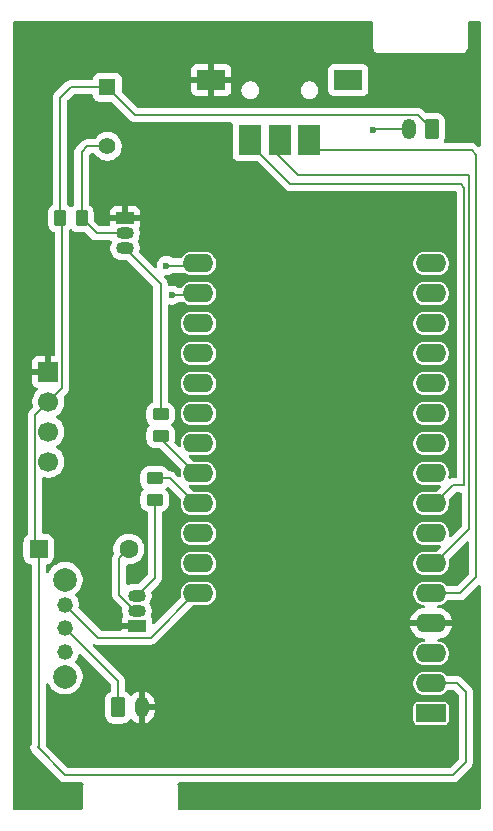
<source format=gtl>
G04 #@! TF.GenerationSoftware,KiCad,Pcbnew,9.0.2*
G04 #@! TF.CreationDate,2025-06-10T17:59:30+02:00*
G04 #@! TF.ProjectId,SenseMatePCB,53656e73-654d-4617-9465-5043422e6b69,rev?*
G04 #@! TF.SameCoordinates,Original*
G04 #@! TF.FileFunction,Copper,L1,Top*
G04 #@! TF.FilePolarity,Positive*
%FSLAX46Y46*%
G04 Gerber Fmt 4.6, Leading zero omitted, Abs format (unit mm)*
G04 Created by KiCad (PCBNEW 9.0.2) date 2025-06-10 17:59:30*
%MOMM*%
%LPD*%
G01*
G04 APERTURE LIST*
G04 Aperture macros list*
%AMRoundRect*
0 Rectangle with rounded corners*
0 $1 Rounding radius*
0 $2 $3 $4 $5 $6 $7 $8 $9 X,Y pos of 4 corners*
0 Add a 4 corners polygon primitive as box body*
4,1,4,$2,$3,$4,$5,$6,$7,$8,$9,$2,$3,0*
0 Add four circle primitives for the rounded corners*
1,1,$1+$1,$2,$3*
1,1,$1+$1,$4,$5*
1,1,$1+$1,$6,$7*
1,1,$1+$1,$8,$9*
0 Add four rect primitives between the rounded corners*
20,1,$1+$1,$2,$3,$4,$5,0*
20,1,$1+$1,$4,$5,$6,$7,0*
20,1,$1+$1,$6,$7,$8,$9,0*
20,1,$1+$1,$8,$9,$2,$3,0*%
G04 Aperture macros list end*
G04 #@! TA.AperFunction,ComponentPad*
%ADD10R,1.700000X1.700000*%
G04 #@! TD*
G04 #@! TA.AperFunction,ComponentPad*
%ADD11C,1.700000*%
G04 #@! TD*
G04 #@! TA.AperFunction,SMDPad,CuDef*
%ADD12R,1.950000X2.600000*%
G04 #@! TD*
G04 #@! TA.AperFunction,SMDPad,CuDef*
%ADD13R,1.900000X2.600000*%
G04 #@! TD*
G04 #@! TA.AperFunction,SMDPad,CuDef*
%ADD14R,2.400000X1.700000*%
G04 #@! TD*
G04 #@! TA.AperFunction,SMDPad,CuDef*
%ADD15RoundRect,0.250000X0.450000X-0.262500X0.450000X0.262500X-0.450000X0.262500X-0.450000X-0.262500X0*%
G04 #@! TD*
G04 #@! TA.AperFunction,ComponentPad*
%ADD16RoundRect,0.250000X-0.550000X-0.550000X0.550000X-0.550000X0.550000X0.550000X-0.550000X0.550000X0*%
G04 #@! TD*
G04 #@! TA.AperFunction,ComponentPad*
%ADD17C,1.600000*%
G04 #@! TD*
G04 #@! TA.AperFunction,ComponentPad*
%ADD18C,1.320800*%
G04 #@! TD*
G04 #@! TA.AperFunction,ComponentPad*
%ADD19C,2.006600*%
G04 #@! TD*
G04 #@! TA.AperFunction,SMDPad,CuDef*
%ADD20RoundRect,0.250000X0.262500X0.450000X-0.262500X0.450000X-0.262500X-0.450000X0.262500X-0.450000X0*%
G04 #@! TD*
G04 #@! TA.AperFunction,ComponentPad*
%ADD21RoundRect,0.250000X1.050000X0.550000X-1.050000X0.550000X-1.050000X-0.550000X1.050000X-0.550000X0*%
G04 #@! TD*
G04 #@! TA.AperFunction,ComponentPad*
%ADD22O,2.600000X1.600000*%
G04 #@! TD*
G04 #@! TA.AperFunction,ComponentPad*
%ADD23RoundRect,0.250000X-0.350000X-0.625000X0.350000X-0.625000X0.350000X0.625000X-0.350000X0.625000X0*%
G04 #@! TD*
G04 #@! TA.AperFunction,ComponentPad*
%ADD24O,1.200000X1.750000*%
G04 #@! TD*
G04 #@! TA.AperFunction,ComponentPad*
%ADD25R,1.500000X1.050000*%
G04 #@! TD*
G04 #@! TA.AperFunction,ComponentPad*
%ADD26O,1.500000X1.050000*%
G04 #@! TD*
G04 #@! TA.AperFunction,SMDPad,CuDef*
%ADD27RoundRect,0.250000X-0.450000X0.262500X-0.450000X-0.262500X0.450000X-0.262500X0.450000X0.262500X0*%
G04 #@! TD*
G04 #@! TA.AperFunction,ComponentPad*
%ADD28R,1.422400X1.422400*%
G04 #@! TD*
G04 #@! TA.AperFunction,ComponentPad*
%ADD29C,1.422400*%
G04 #@! TD*
G04 #@! TA.AperFunction,ComponentPad*
%ADD30RoundRect,0.250000X0.350000X0.625000X-0.350000X0.625000X-0.350000X-0.625000X0.350000X-0.625000X0*%
G04 #@! TD*
G04 #@! TA.AperFunction,ViaPad*
%ADD31C,0.600000*%
G04 #@! TD*
G04 #@! TA.AperFunction,Conductor*
%ADD32C,0.200000*%
G04 #@! TD*
G04 APERTURE END LIST*
D10*
X83000000Y-76500000D03*
D11*
X83000000Y-79040000D03*
X83000000Y-81580000D03*
X83000000Y-84120000D03*
D12*
X100075000Y-56850000D03*
D13*
X105100000Y-56850000D03*
D14*
X96800000Y-51800000D03*
X108400000Y-51800000D03*
D13*
X102600000Y-56850000D03*
D15*
X92000000Y-87325000D03*
X92000000Y-85500000D03*
D16*
X82190000Y-91500000D03*
D17*
X89810000Y-91500000D03*
D18*
X84400000Y-96199999D03*
X84400000Y-98199999D03*
X84400000Y-100200000D03*
D19*
X84400000Y-94100000D03*
X84400000Y-102299998D03*
D20*
X85812500Y-63500000D03*
X83987500Y-63500000D03*
D21*
X115413900Y-105417001D03*
D22*
X115413900Y-102877001D03*
X115413900Y-100337001D03*
X115413900Y-97797001D03*
X115413900Y-95257001D03*
X115413900Y-92717001D03*
X115413900Y-90177001D03*
X115413900Y-87637001D03*
X115413900Y-85097001D03*
X115413900Y-82557001D03*
X115413900Y-80017001D03*
X115413900Y-77477001D03*
X115413900Y-74937001D03*
X115413900Y-72397001D03*
X115413900Y-69857001D03*
X115413900Y-67317001D03*
X95693900Y-67317001D03*
X95693900Y-69857001D03*
X95693900Y-72397001D03*
X95693900Y-74937001D03*
X95693900Y-77477001D03*
X95693900Y-80017001D03*
X95693900Y-82557001D03*
X95693900Y-85097001D03*
X95693900Y-87637001D03*
X95693900Y-90177001D03*
X95693900Y-92717001D03*
X95693900Y-95257001D03*
D23*
X88900000Y-104900000D03*
D24*
X90900000Y-104900000D03*
D25*
X90500000Y-98000000D03*
D26*
X90500000Y-96730000D03*
X90500000Y-95460000D03*
D27*
X92500000Y-80087500D03*
X92500000Y-81912500D03*
D25*
X89500000Y-63500000D03*
D26*
X89500000Y-64770000D03*
X89500000Y-66040000D03*
D28*
X88000000Y-52400000D03*
D29*
X88000000Y-57400000D03*
D30*
X115500000Y-55950000D03*
D24*
X113500000Y-55950000D03*
D31*
X110500000Y-56000000D03*
X93500000Y-70000000D03*
X93000000Y-67500000D03*
X94340000Y-49050000D03*
X90890000Y-100760000D03*
D32*
X110550000Y-55950000D02*
X110500000Y-56000000D01*
X113500000Y-55950000D02*
X110550000Y-55950000D01*
X114324000Y-54774000D02*
X115500000Y-55950000D01*
X90374000Y-54774000D02*
X114324000Y-54774000D01*
X88000000Y-52400000D02*
X90374000Y-54774000D01*
X84151000Y-63663500D02*
X83987500Y-63500000D01*
X83000000Y-79040000D02*
X84151000Y-77889000D01*
X84151000Y-77889000D02*
X84151000Y-63663500D01*
X81849000Y-80191000D02*
X83000000Y-79040000D01*
X82190000Y-91500000D02*
X81849000Y-91159000D01*
X81849000Y-91159000D02*
X81849000Y-80191000D01*
X95250901Y-70000000D02*
X95393900Y-69857001D01*
X93500000Y-70000000D02*
X95250901Y-70000000D01*
X95210901Y-67500000D02*
X95393900Y-67317001D01*
X93000000Y-67500000D02*
X95210901Y-67500000D01*
X85812500Y-63500000D02*
X85812500Y-57887500D01*
X87082500Y-64770000D02*
X89500000Y-64770000D01*
X85812500Y-63500000D02*
X87082500Y-64770000D01*
X92500000Y-69040000D02*
X89500000Y-66040000D01*
X92500000Y-80087500D02*
X92500000Y-69040000D01*
X83987500Y-53292500D02*
X83987500Y-63500000D01*
X82190000Y-108180000D02*
X82190000Y-91500000D01*
X82080000Y-108290000D02*
X82190000Y-108180000D01*
X87200001Y-99000000D02*
X91650901Y-99000000D01*
X91650901Y-99000000D02*
X95393900Y-95257001D01*
X84400000Y-96199999D02*
X87200001Y-99000000D01*
X92000000Y-93960000D02*
X92000000Y-87325000D01*
X90500000Y-95460000D02*
X92000000Y-93960000D01*
X89010001Y-92299999D02*
X89810000Y-91500000D01*
X89010001Y-95363141D02*
X89010001Y-92299999D01*
X90376860Y-96730000D02*
X89010001Y-95363141D01*
X90500000Y-96730000D02*
X90376860Y-96730000D01*
X92500000Y-82203101D02*
X92500000Y-81912500D01*
X95393900Y-85097001D02*
X92500000Y-82203101D01*
X93256899Y-85500000D02*
X95393900Y-87637001D01*
X92000000Y-85500000D02*
X93256899Y-85500000D01*
X100075000Y-56850000D02*
X100075000Y-57175000D01*
X118199000Y-60899000D02*
X118199000Y-86100000D01*
X99875000Y-57750000D02*
X99875000Y-58075000D01*
X117900000Y-60600000D02*
X118199000Y-60899000D01*
X117250901Y-86100000D02*
X115713900Y-87637001D01*
X100075000Y-57175000D02*
X103500000Y-60600000D01*
X103500000Y-60600000D02*
X117900000Y-60600000D01*
X118199000Y-86100000D02*
X117250901Y-86100000D01*
X118600000Y-59800000D02*
X118600000Y-89830901D01*
X104100000Y-59800000D02*
X118600000Y-59800000D01*
X118600000Y-89830901D02*
X115713900Y-92717001D01*
X102400000Y-58100000D02*
X104100000Y-59800000D01*
X102400000Y-57750000D02*
X102400000Y-58100000D01*
X117842999Y-95257001D02*
X115713900Y-95257001D01*
X119200000Y-58100000D02*
X119200000Y-93900000D01*
X104900000Y-57750000D02*
X118850000Y-57750000D01*
X119200000Y-93900000D02*
X117842999Y-95257001D01*
X118850000Y-57750000D02*
X119200000Y-58100000D01*
X118340000Y-109560000D02*
X118340000Y-103590000D01*
X117627001Y-102877001D02*
X115713900Y-102877001D01*
X84880000Y-52400000D02*
X88000000Y-52400000D01*
X82080000Y-108290000D02*
X84450000Y-110660000D01*
X117240000Y-110660000D02*
X118340000Y-109560000D01*
X84450000Y-110660000D02*
X117240000Y-110660000D01*
X83987500Y-53292500D02*
X84880000Y-52400000D01*
X118340000Y-103590000D02*
X117627001Y-102877001D01*
X90900000Y-100770000D02*
X90890000Y-100760000D01*
X90900000Y-104900000D02*
X90900000Y-100770000D01*
X88900000Y-102699999D02*
X88900000Y-104900000D01*
X84400000Y-98199999D02*
X88900000Y-102699999D01*
X89340000Y-66100000D02*
X89440000Y-66000000D01*
X85812500Y-57887500D02*
X86300000Y-57400000D01*
X86300000Y-57400000D02*
X88000000Y-57400000D01*
G04 #@! TA.AperFunction,Conductor*
G36*
X110442539Y-46820185D02*
G01*
X110488294Y-46872989D01*
X110499500Y-46924500D01*
X110499500Y-49065891D01*
X110533608Y-49193187D01*
X110566554Y-49250250D01*
X110599500Y-49307314D01*
X110692686Y-49400500D01*
X110806814Y-49466392D01*
X110934108Y-49500500D01*
X110934110Y-49500500D01*
X118065890Y-49500500D01*
X118065892Y-49500500D01*
X118193186Y-49466392D01*
X118307314Y-49400500D01*
X118400500Y-49307314D01*
X118466392Y-49193186D01*
X118500500Y-49065892D01*
X118500500Y-46924500D01*
X118520185Y-46857461D01*
X118572989Y-46811706D01*
X118624500Y-46800500D01*
X119475500Y-46800500D01*
X119542539Y-46820185D01*
X119588294Y-46872989D01*
X119599500Y-46924500D01*
X119599500Y-57350902D01*
X119579815Y-57417941D01*
X119527011Y-57463696D01*
X119457853Y-57473640D01*
X119394297Y-57444615D01*
X119387819Y-57438583D01*
X119218717Y-57269481D01*
X119218716Y-57269480D01*
X119131904Y-57219360D01*
X119131904Y-57219359D01*
X119131900Y-57219358D01*
X119081785Y-57190423D01*
X118929057Y-57149499D01*
X118770943Y-57149499D01*
X118763347Y-57149499D01*
X118763331Y-57149500D01*
X116599601Y-57149500D01*
X116532562Y-57129815D01*
X116486807Y-57077011D01*
X116476863Y-57007853D01*
X116494061Y-56960405D01*
X116534814Y-56894334D01*
X116589999Y-56727797D01*
X116600500Y-56625009D01*
X116600499Y-55274992D01*
X116589999Y-55172203D01*
X116534814Y-55005666D01*
X116442712Y-54856344D01*
X116318656Y-54732288D01*
X116169334Y-54640186D01*
X116002797Y-54585001D01*
X116002795Y-54585000D01*
X115900010Y-54574500D01*
X115099998Y-54574500D01*
X115099975Y-54574502D01*
X115044052Y-54580214D01*
X115042130Y-54579856D01*
X115040299Y-54580540D01*
X115007924Y-54573497D01*
X114975360Y-54567443D01*
X114973331Y-54565971D01*
X114972026Y-54565688D01*
X114943772Y-54544537D01*
X114811590Y-54412355D01*
X114811588Y-54412352D01*
X114692717Y-54293481D01*
X114692716Y-54293480D01*
X114605904Y-54243360D01*
X114605904Y-54243359D01*
X114605900Y-54243358D01*
X114555785Y-54214423D01*
X114403057Y-54173499D01*
X114244943Y-54173499D01*
X114237347Y-54173499D01*
X114237331Y-54173500D01*
X90674097Y-54173500D01*
X90607058Y-54153815D01*
X90586416Y-54137181D01*
X89248018Y-52798783D01*
X89214533Y-52737460D01*
X89211699Y-52711102D01*
X89211699Y-52697844D01*
X95100000Y-52697844D01*
X95106401Y-52757372D01*
X95106403Y-52757379D01*
X95156645Y-52892086D01*
X95156649Y-52892093D01*
X95242809Y-53007187D01*
X95242812Y-53007190D01*
X95357906Y-53093350D01*
X95357913Y-53093354D01*
X95492620Y-53143596D01*
X95492627Y-53143598D01*
X95552155Y-53149999D01*
X95552172Y-53150000D01*
X96550000Y-53150000D01*
X97050000Y-53150000D01*
X98047828Y-53150000D01*
X98047844Y-53149999D01*
X98107372Y-53143598D01*
X98107379Y-53143596D01*
X98242086Y-53093354D01*
X98242093Y-53093350D01*
X98357187Y-53007190D01*
X98357190Y-53007187D01*
X98443350Y-52892093D01*
X98443354Y-52892086D01*
X98493596Y-52757379D01*
X98493598Y-52757372D01*
X98497195Y-52723920D01*
X99349499Y-52723920D01*
X99378340Y-52868907D01*
X99378343Y-52868917D01*
X99434912Y-53005488D01*
X99434919Y-53005501D01*
X99517048Y-53128415D01*
X99517051Y-53128419D01*
X99621580Y-53232948D01*
X99621584Y-53232951D01*
X99744498Y-53315080D01*
X99744511Y-53315087D01*
X99837317Y-53353528D01*
X99881087Y-53371658D01*
X99881091Y-53371658D01*
X99881092Y-53371659D01*
X100026079Y-53400500D01*
X100026082Y-53400500D01*
X100173920Y-53400500D01*
X100271462Y-53381096D01*
X100318913Y-53371658D01*
X100455495Y-53315084D01*
X100578416Y-53232951D01*
X100682951Y-53128416D01*
X100765084Y-53005495D01*
X100821658Y-52868913D01*
X100842833Y-52762464D01*
X100850500Y-52723920D01*
X104349499Y-52723920D01*
X104378340Y-52868907D01*
X104378343Y-52868917D01*
X104434912Y-53005488D01*
X104434919Y-53005501D01*
X104517048Y-53128415D01*
X104517051Y-53128419D01*
X104621580Y-53232948D01*
X104621584Y-53232951D01*
X104744498Y-53315080D01*
X104744511Y-53315087D01*
X104837317Y-53353528D01*
X104881087Y-53371658D01*
X104881091Y-53371658D01*
X104881092Y-53371659D01*
X105026079Y-53400500D01*
X105026082Y-53400500D01*
X105173920Y-53400500D01*
X105271462Y-53381096D01*
X105318913Y-53371658D01*
X105455495Y-53315084D01*
X105578416Y-53232951D01*
X105682951Y-53128416D01*
X105765084Y-53005495D01*
X105821658Y-52868913D01*
X105842833Y-52762464D01*
X105850500Y-52723920D01*
X105850500Y-52576079D01*
X105821659Y-52431092D01*
X105821658Y-52431091D01*
X105821658Y-52431087D01*
X105821656Y-52431082D01*
X105765087Y-52294511D01*
X105765080Y-52294498D01*
X105682951Y-52171584D01*
X105682948Y-52171580D01*
X105578419Y-52067051D01*
X105578415Y-52067048D01*
X105455501Y-51984919D01*
X105455488Y-51984912D01*
X105318917Y-51928343D01*
X105318907Y-51928340D01*
X105173920Y-51899500D01*
X105173918Y-51899500D01*
X105026082Y-51899500D01*
X105026080Y-51899500D01*
X104881092Y-51928340D01*
X104881082Y-51928343D01*
X104744511Y-51984912D01*
X104744498Y-51984919D01*
X104621584Y-52067048D01*
X104621580Y-52067051D01*
X104517051Y-52171580D01*
X104517048Y-52171584D01*
X104434919Y-52294498D01*
X104434912Y-52294511D01*
X104378343Y-52431082D01*
X104378340Y-52431092D01*
X104349500Y-52576079D01*
X104349500Y-52576082D01*
X104349500Y-52723918D01*
X104349500Y-52723920D01*
X104349499Y-52723920D01*
X100850500Y-52723920D01*
X100850500Y-52576079D01*
X100821659Y-52431092D01*
X100821658Y-52431091D01*
X100821658Y-52431087D01*
X100821656Y-52431082D01*
X100765087Y-52294511D01*
X100765080Y-52294498D01*
X100682951Y-52171584D01*
X100682948Y-52171580D01*
X100578419Y-52067051D01*
X100578415Y-52067048D01*
X100455501Y-51984919D01*
X100455488Y-51984912D01*
X100318917Y-51928343D01*
X100318907Y-51928340D01*
X100173920Y-51899500D01*
X100173918Y-51899500D01*
X100026082Y-51899500D01*
X100026080Y-51899500D01*
X99881092Y-51928340D01*
X99881082Y-51928343D01*
X99744511Y-51984912D01*
X99744498Y-51984919D01*
X99621584Y-52067048D01*
X99621580Y-52067051D01*
X99517051Y-52171580D01*
X99517048Y-52171584D01*
X99434919Y-52294498D01*
X99434912Y-52294511D01*
X99378343Y-52431082D01*
X99378340Y-52431092D01*
X99349500Y-52576079D01*
X99349500Y-52576082D01*
X99349500Y-52723918D01*
X99349500Y-52723920D01*
X99349499Y-52723920D01*
X98497195Y-52723920D01*
X98499999Y-52697844D01*
X98500000Y-52697827D01*
X98500000Y-52050000D01*
X97050000Y-52050000D01*
X97050000Y-53150000D01*
X96550000Y-53150000D01*
X96550000Y-52050000D01*
X95100000Y-52050000D01*
X95100000Y-52697844D01*
X89211699Y-52697844D01*
X89211699Y-51640929D01*
X89211698Y-51640923D01*
X89211697Y-51640916D01*
X89205291Y-51581317D01*
X89154996Y-51446469D01*
X89154995Y-51446468D01*
X89154993Y-51446464D01*
X89068747Y-51331255D01*
X89068744Y-51331252D01*
X88953535Y-51245006D01*
X88953528Y-51245002D01*
X88818682Y-51194708D01*
X88818683Y-51194708D01*
X88759083Y-51188301D01*
X88759081Y-51188300D01*
X88759073Y-51188300D01*
X88759064Y-51188300D01*
X87240929Y-51188300D01*
X87240923Y-51188301D01*
X87181316Y-51194708D01*
X87046471Y-51245002D01*
X87046464Y-51245006D01*
X86931255Y-51331252D01*
X86931252Y-51331255D01*
X86845006Y-51446464D01*
X86845002Y-51446471D01*
X86794708Y-51581317D01*
X86788301Y-51640916D01*
X86788301Y-51640923D01*
X86788300Y-51640935D01*
X86788300Y-51675500D01*
X86768615Y-51742539D01*
X86715811Y-51788294D01*
X86664300Y-51799500D01*
X84966670Y-51799500D01*
X84966654Y-51799499D01*
X84959058Y-51799499D01*
X84800943Y-51799499D01*
X84724579Y-51819961D01*
X84648214Y-51840423D01*
X84648209Y-51840426D01*
X84511290Y-51919475D01*
X84511282Y-51919481D01*
X83506981Y-52923782D01*
X83506979Y-52923785D01*
X83459806Y-53005493D01*
X83459805Y-53005494D01*
X83427923Y-53060714D01*
X83427923Y-53060715D01*
X83386999Y-53213443D01*
X83386999Y-53213445D01*
X83386999Y-53381546D01*
X83387000Y-53381559D01*
X83387000Y-62307491D01*
X83367315Y-62374530D01*
X83328098Y-62413029D01*
X83256344Y-62457287D01*
X83132289Y-62581342D01*
X83040187Y-62730663D01*
X83040185Y-62730668D01*
X83039441Y-62732913D01*
X82985001Y-62897203D01*
X82985001Y-62897204D01*
X82985000Y-62897204D01*
X82974500Y-62999983D01*
X82974500Y-64000001D01*
X82974501Y-64000019D01*
X82985000Y-64102796D01*
X82985001Y-64102799D01*
X83040185Y-64269331D01*
X83040187Y-64269336D01*
X83074999Y-64325776D01*
X83132288Y-64418656D01*
X83256344Y-64542712D01*
X83405666Y-64634814D01*
X83465505Y-64654642D01*
X83522948Y-64694412D01*
X83549772Y-64758928D01*
X83550500Y-64772347D01*
X83550500Y-75026000D01*
X83530815Y-75093039D01*
X83478011Y-75138794D01*
X83426500Y-75150000D01*
X83250000Y-75150000D01*
X83250000Y-76066988D01*
X83192993Y-76034075D01*
X83065826Y-76000000D01*
X82934174Y-76000000D01*
X82807007Y-76034075D01*
X82750000Y-76066988D01*
X82750000Y-75150000D01*
X82102155Y-75150000D01*
X82042627Y-75156401D01*
X82042620Y-75156403D01*
X81907913Y-75206645D01*
X81907906Y-75206649D01*
X81792812Y-75292809D01*
X81792809Y-75292812D01*
X81706649Y-75407906D01*
X81706645Y-75407913D01*
X81656403Y-75542620D01*
X81656401Y-75542627D01*
X81650000Y-75602155D01*
X81650000Y-76250000D01*
X82566988Y-76250000D01*
X82534075Y-76307007D01*
X82500000Y-76434174D01*
X82500000Y-76565826D01*
X82534075Y-76692993D01*
X82566988Y-76750000D01*
X81650000Y-76750000D01*
X81650000Y-77397844D01*
X81656401Y-77457372D01*
X81656403Y-77457379D01*
X81706645Y-77592086D01*
X81706649Y-77592093D01*
X81792809Y-77707187D01*
X81792812Y-77707190D01*
X81907906Y-77793350D01*
X81907913Y-77793354D01*
X82039470Y-77842422D01*
X82095404Y-77884293D01*
X82119821Y-77949758D01*
X82104969Y-78018031D01*
X82083819Y-78046285D01*
X81969889Y-78160215D01*
X81844951Y-78332179D01*
X81748444Y-78521585D01*
X81682753Y-78723760D01*
X81682753Y-78723762D01*
X81649500Y-78933713D01*
X81649500Y-79146287D01*
X81664321Y-79239861D01*
X81682754Y-79356244D01*
X81682754Y-79356247D01*
X81696491Y-79398523D01*
X81698486Y-79468364D01*
X81666241Y-79524522D01*
X81480286Y-79710478D01*
X81368481Y-79822282D01*
X81368479Y-79822285D01*
X81318361Y-79909094D01*
X81318359Y-79909096D01*
X81289425Y-79959209D01*
X81289424Y-79959210D01*
X81289423Y-79959215D01*
X81248499Y-80111943D01*
X81248499Y-80111945D01*
X81248499Y-80280046D01*
X81248500Y-80280059D01*
X81248500Y-90240490D01*
X81228815Y-90307529D01*
X81189600Y-90346027D01*
X81171343Y-90357288D01*
X81047289Y-90481342D01*
X80955187Y-90630663D01*
X80955185Y-90630668D01*
X80927349Y-90714670D01*
X80900001Y-90797203D01*
X80900001Y-90797204D01*
X80900000Y-90797204D01*
X80889500Y-90899983D01*
X80889500Y-92100001D01*
X80889501Y-92100018D01*
X80900000Y-92202796D01*
X80900001Y-92202799D01*
X80955185Y-92369331D01*
X80955187Y-92369336D01*
X80980472Y-92410330D01*
X81047288Y-92518656D01*
X81171344Y-92642712D01*
X81320666Y-92734814D01*
X81487203Y-92789999D01*
X81487209Y-92789999D01*
X81491448Y-92790907D01*
X81552884Y-92824185D01*
X81586576Y-92885394D01*
X81589500Y-92912162D01*
X81589500Y-107905345D01*
X81572887Y-107967344D01*
X81520423Y-108058215D01*
X81479499Y-108210943D01*
X81479499Y-108210945D01*
X81479499Y-108369054D01*
X81479498Y-108369054D01*
X81479499Y-108369057D01*
X81520423Y-108521785D01*
X81599481Y-108658716D01*
X81599483Y-108658718D01*
X83965139Y-111024374D01*
X83965149Y-111024385D01*
X83969479Y-111028715D01*
X83969480Y-111028716D01*
X84081284Y-111140520D01*
X84168095Y-111190639D01*
X84168097Y-111190641D01*
X84206151Y-111212611D01*
X84218215Y-111219577D01*
X84370943Y-111260500D01*
X85861043Y-111260500D01*
X85928082Y-111280185D01*
X85973837Y-111332989D01*
X85983781Y-111402147D01*
X85968430Y-111446500D01*
X85933609Y-111506810D01*
X85933609Y-111506811D01*
X85899500Y-111634108D01*
X85899500Y-113475500D01*
X85879815Y-113542539D01*
X85827011Y-113588294D01*
X85775500Y-113599500D01*
X80124500Y-113599500D01*
X80057461Y-113579815D01*
X80011706Y-113527011D01*
X80000500Y-113475500D01*
X80000500Y-50902155D01*
X95100000Y-50902155D01*
X95100000Y-51550000D01*
X96550000Y-51550000D01*
X97050000Y-51550000D01*
X98500000Y-51550000D01*
X98500000Y-50902164D01*
X98499997Y-50902135D01*
X106699500Y-50902135D01*
X106699500Y-52697870D01*
X106699501Y-52697876D01*
X106705908Y-52757483D01*
X106756202Y-52892328D01*
X106756206Y-52892335D01*
X106842452Y-53007544D01*
X106842455Y-53007547D01*
X106957664Y-53093793D01*
X106957671Y-53093797D01*
X107092517Y-53144091D01*
X107092516Y-53144091D01*
X107099444Y-53144835D01*
X107152127Y-53150500D01*
X109647872Y-53150499D01*
X109707483Y-53144091D01*
X109842331Y-53093796D01*
X109957546Y-53007546D01*
X110043796Y-52892331D01*
X110094091Y-52757483D01*
X110100500Y-52697873D01*
X110100499Y-50902128D01*
X110094091Y-50842517D01*
X110043884Y-50707906D01*
X110043797Y-50707671D01*
X110043793Y-50707664D01*
X109957547Y-50592455D01*
X109957544Y-50592452D01*
X109842335Y-50506206D01*
X109842328Y-50506202D01*
X109707482Y-50455908D01*
X109707483Y-50455908D01*
X109647883Y-50449501D01*
X109647881Y-50449500D01*
X109647873Y-50449500D01*
X109647864Y-50449500D01*
X107152129Y-50449500D01*
X107152123Y-50449501D01*
X107092516Y-50455908D01*
X106957671Y-50506202D01*
X106957664Y-50506206D01*
X106842455Y-50592452D01*
X106842452Y-50592455D01*
X106756206Y-50707664D01*
X106756202Y-50707671D01*
X106705908Y-50842517D01*
X106699501Y-50902116D01*
X106699501Y-50902123D01*
X106699500Y-50902135D01*
X98499997Y-50902135D01*
X98493598Y-50842627D01*
X98493596Y-50842620D01*
X98443354Y-50707913D01*
X98443350Y-50707906D01*
X98357190Y-50592812D01*
X98357187Y-50592809D01*
X98242093Y-50506649D01*
X98242086Y-50506645D01*
X98107379Y-50456403D01*
X98107372Y-50456401D01*
X98047844Y-50450000D01*
X97050000Y-50450000D01*
X97050000Y-51550000D01*
X96550000Y-51550000D01*
X96550000Y-50450000D01*
X95552155Y-50450000D01*
X95492627Y-50456401D01*
X95492620Y-50456403D01*
X95357913Y-50506645D01*
X95357906Y-50506649D01*
X95242812Y-50592809D01*
X95242809Y-50592812D01*
X95156649Y-50707906D01*
X95156645Y-50707913D01*
X95106403Y-50842620D01*
X95106401Y-50842627D01*
X95100000Y-50902155D01*
X80000500Y-50902155D01*
X80000500Y-46924500D01*
X80020185Y-46857461D01*
X80072989Y-46811706D01*
X80124500Y-46800500D01*
X110375500Y-46800500D01*
X110442539Y-46820185D01*
G37*
G04 #@! TD.AperFunction*
G04 #@! TA.AperFunction,Conductor*
G36*
X86731340Y-53020185D02*
G01*
X86777095Y-53072989D01*
X86788301Y-53124500D01*
X86788301Y-53159076D01*
X86794708Y-53218683D01*
X86845002Y-53353528D01*
X86845006Y-53353535D01*
X86931252Y-53468744D01*
X86931255Y-53468747D01*
X87046464Y-53554993D01*
X87046471Y-53554997D01*
X87181317Y-53605291D01*
X87181316Y-53605291D01*
X87188244Y-53606035D01*
X87240927Y-53611700D01*
X88311102Y-53611699D01*
X88378141Y-53631383D01*
X88398783Y-53648018D01*
X89889139Y-55138374D01*
X89889149Y-55138385D01*
X89893479Y-55142715D01*
X89893480Y-55142716D01*
X90005284Y-55254520D01*
X90040744Y-55274992D01*
X90092095Y-55304639D01*
X90092097Y-55304641D01*
X90130151Y-55326611D01*
X90142215Y-55333577D01*
X90294943Y-55374501D01*
X90294946Y-55374501D01*
X90460653Y-55374501D01*
X90460669Y-55374500D01*
X98475516Y-55374500D01*
X98542555Y-55394185D01*
X98588310Y-55446989D01*
X98598173Y-55498806D01*
X98599500Y-55498806D01*
X98599500Y-58197870D01*
X98599501Y-58197876D01*
X98605908Y-58257483D01*
X98656202Y-58392328D01*
X98656206Y-58392335D01*
X98742452Y-58507544D01*
X98742455Y-58507547D01*
X98857664Y-58593793D01*
X98857671Y-58593797D01*
X98893575Y-58607188D01*
X98992517Y-58644091D01*
X99052127Y-58650500D01*
X99686313Y-58650499D01*
X99718406Y-58654724D01*
X99746774Y-58662325D01*
X99795943Y-58675500D01*
X99795944Y-58675500D01*
X99954055Y-58675500D01*
X99954057Y-58675500D01*
X100031592Y-58654723D01*
X100063686Y-58650499D01*
X100649902Y-58650499D01*
X100716941Y-58670184D01*
X100737583Y-58686818D01*
X103015139Y-60964374D01*
X103015149Y-60964385D01*
X103019479Y-60968715D01*
X103019480Y-60968716D01*
X103131284Y-61080520D01*
X103131286Y-61080521D01*
X103131290Y-61080524D01*
X103268209Y-61159573D01*
X103268216Y-61159577D01*
X103380019Y-61189534D01*
X103420942Y-61200500D01*
X103420943Y-61200500D01*
X117474500Y-61200500D01*
X117541539Y-61220185D01*
X117587294Y-61272989D01*
X117598500Y-61324500D01*
X117598500Y-85375500D01*
X117595949Y-85384185D01*
X117597238Y-85393147D01*
X117586259Y-85417187D01*
X117578815Y-85442539D01*
X117571974Y-85448466D01*
X117568213Y-85456703D01*
X117545978Y-85470992D01*
X117526011Y-85488294D01*
X117515496Y-85490581D01*
X117509435Y-85494477D01*
X117474500Y-85499500D01*
X117337571Y-85499500D01*
X117337555Y-85499499D01*
X117329959Y-85499499D01*
X117171844Y-85499499D01*
X117122580Y-85512699D01*
X117028654Y-85537867D01*
X116958804Y-85536204D01*
X116900941Y-85497042D01*
X116873437Y-85432813D01*
X116874943Y-85393900D01*
X116875949Y-85388839D01*
X116875951Y-85388836D01*
X116900055Y-85267658D01*
X116914400Y-85195544D01*
X116914400Y-84998457D01*
X116875952Y-84805171D01*
X116875951Y-84805170D01*
X116875951Y-84805166D01*
X116849290Y-84740800D01*
X116800535Y-84623093D01*
X116800528Y-84623080D01*
X116691039Y-84459219D01*
X116691036Y-84459215D01*
X116551685Y-84319864D01*
X116551681Y-84319861D01*
X116387820Y-84210372D01*
X116387807Y-84210365D01*
X116205739Y-84134951D01*
X116205729Y-84134948D01*
X116012443Y-84096501D01*
X116012441Y-84096501D01*
X114815359Y-84096501D01*
X114815357Y-84096501D01*
X114622070Y-84134948D01*
X114622060Y-84134951D01*
X114439992Y-84210365D01*
X114439979Y-84210372D01*
X114276118Y-84319861D01*
X114276114Y-84319864D01*
X114136763Y-84459215D01*
X114136760Y-84459219D01*
X114027271Y-84623080D01*
X114027264Y-84623093D01*
X113951850Y-84805161D01*
X113951847Y-84805171D01*
X113913400Y-84998457D01*
X113913400Y-84998460D01*
X113913400Y-85195542D01*
X113913400Y-85195544D01*
X113913399Y-85195544D01*
X113951847Y-85388830D01*
X113951850Y-85388840D01*
X114027264Y-85570908D01*
X114027271Y-85570921D01*
X114136760Y-85734782D01*
X114136763Y-85734786D01*
X114276114Y-85874137D01*
X114276118Y-85874140D01*
X114439979Y-85983629D01*
X114439992Y-85983636D01*
X114622060Y-86059050D01*
X114622065Y-86059052D01*
X114622069Y-86059052D01*
X114622070Y-86059053D01*
X114815356Y-86097501D01*
X114815359Y-86097501D01*
X116012442Y-86097501D01*
X116030165Y-86093975D01*
X116100512Y-86079982D01*
X116170102Y-86086209D01*
X116225280Y-86129071D01*
X116248525Y-86194960D01*
X116232458Y-86262958D01*
X116212385Y-86289280D01*
X116132500Y-86369166D01*
X115901482Y-86600183D01*
X115840161Y-86633667D01*
X115813803Y-86636501D01*
X114815357Y-86636501D01*
X114622070Y-86674948D01*
X114622060Y-86674951D01*
X114439992Y-86750365D01*
X114439979Y-86750372D01*
X114276118Y-86859861D01*
X114276114Y-86859864D01*
X114136763Y-86999215D01*
X114136760Y-86999219D01*
X114027271Y-87163080D01*
X114027264Y-87163093D01*
X113951850Y-87345161D01*
X113951847Y-87345171D01*
X113913400Y-87538457D01*
X113913400Y-87538460D01*
X113913400Y-87735542D01*
X113913400Y-87735544D01*
X113913399Y-87735544D01*
X113951847Y-87928830D01*
X113951850Y-87928840D01*
X114027264Y-88110908D01*
X114027271Y-88110921D01*
X114136760Y-88274782D01*
X114136763Y-88274786D01*
X114276114Y-88414137D01*
X114276118Y-88414140D01*
X114439979Y-88523629D01*
X114439992Y-88523636D01*
X114622060Y-88599050D01*
X114622065Y-88599052D01*
X114622069Y-88599052D01*
X114622070Y-88599053D01*
X114815356Y-88637501D01*
X114815359Y-88637501D01*
X116012443Y-88637501D01*
X116142482Y-88611633D01*
X116205735Y-88599052D01*
X116387814Y-88523633D01*
X116551682Y-88414140D01*
X116691039Y-88274783D01*
X116800532Y-88110915D01*
X116875951Y-87928836D01*
X116913454Y-87740299D01*
X116914400Y-87735544D01*
X116914400Y-87538457D01*
X116897681Y-87454413D01*
X116885400Y-87392669D01*
X116891627Y-87323080D01*
X116919335Y-87280800D01*
X117463318Y-86736819D01*
X117524641Y-86703334D01*
X117550999Y-86700500D01*
X117875500Y-86700500D01*
X117942539Y-86720185D01*
X117988294Y-86772989D01*
X117999500Y-86824500D01*
X117999500Y-89530803D01*
X117979815Y-89597842D01*
X117963181Y-89618484D01*
X117106179Y-90475485D01*
X117044856Y-90508970D01*
X116975164Y-90503986D01*
X116919231Y-90462114D01*
X116894814Y-90396650D01*
X116896880Y-90363616D01*
X116914400Y-90275542D01*
X116914400Y-90078460D01*
X116914400Y-90078457D01*
X116875952Y-89885171D01*
X116875951Y-89885170D01*
X116875951Y-89885166D01*
X116875949Y-89885161D01*
X116800535Y-89703093D01*
X116800528Y-89703080D01*
X116691039Y-89539219D01*
X116691036Y-89539215D01*
X116551685Y-89399864D01*
X116551681Y-89399861D01*
X116387820Y-89290372D01*
X116387807Y-89290365D01*
X116205739Y-89214951D01*
X116205729Y-89214948D01*
X116012443Y-89176501D01*
X116012441Y-89176501D01*
X114815359Y-89176501D01*
X114815357Y-89176501D01*
X114622070Y-89214948D01*
X114622060Y-89214951D01*
X114439992Y-89290365D01*
X114439979Y-89290372D01*
X114276118Y-89399861D01*
X114276114Y-89399864D01*
X114136763Y-89539215D01*
X114136760Y-89539219D01*
X114027271Y-89703080D01*
X114027264Y-89703093D01*
X113951850Y-89885161D01*
X113951847Y-89885171D01*
X113913400Y-90078457D01*
X113913400Y-90078460D01*
X113913400Y-90275542D01*
X113913400Y-90275544D01*
X113913399Y-90275544D01*
X113951847Y-90468830D01*
X113951850Y-90468840D01*
X114027264Y-90650908D01*
X114027271Y-90650921D01*
X114136760Y-90814782D01*
X114136763Y-90814786D01*
X114276114Y-90954137D01*
X114276118Y-90954140D01*
X114439979Y-91063629D01*
X114439992Y-91063636D01*
X114622060Y-91139050D01*
X114622065Y-91139052D01*
X114622069Y-91139052D01*
X114622070Y-91139053D01*
X114815356Y-91177501D01*
X114815359Y-91177501D01*
X116012442Y-91177501D01*
X116034631Y-91173087D01*
X116100513Y-91159982D01*
X116170103Y-91166209D01*
X116225281Y-91209071D01*
X116248526Y-91274961D01*
X116232459Y-91342958D01*
X116212385Y-91369280D01*
X115901484Y-91680182D01*
X115840161Y-91713667D01*
X115813803Y-91716501D01*
X114815357Y-91716501D01*
X114622070Y-91754948D01*
X114622060Y-91754951D01*
X114439992Y-91830365D01*
X114439979Y-91830372D01*
X114276118Y-91939861D01*
X114276114Y-91939864D01*
X114136763Y-92079215D01*
X114136760Y-92079219D01*
X114027271Y-92243080D01*
X114027264Y-92243093D01*
X113951850Y-92425161D01*
X113951847Y-92425171D01*
X113913400Y-92618457D01*
X113913400Y-92618460D01*
X113913400Y-92815542D01*
X113913400Y-92815544D01*
X113913399Y-92815544D01*
X113951847Y-93008830D01*
X113951850Y-93008840D01*
X114027264Y-93190908D01*
X114027271Y-93190921D01*
X114136760Y-93354782D01*
X114136763Y-93354786D01*
X114276114Y-93494137D01*
X114276118Y-93494140D01*
X114439979Y-93603629D01*
X114439992Y-93603636D01*
X114622060Y-93679050D01*
X114622065Y-93679052D01*
X114622069Y-93679052D01*
X114622070Y-93679053D01*
X114815356Y-93717501D01*
X114815359Y-93717501D01*
X116012443Y-93717501D01*
X116162842Y-93687584D01*
X116205735Y-93679052D01*
X116387814Y-93603633D01*
X116551682Y-93494140D01*
X116691039Y-93354783D01*
X116800532Y-93190915D01*
X116875951Y-93008836D01*
X116895181Y-92912162D01*
X116914400Y-92815544D01*
X116914400Y-92618457D01*
X116894548Y-92518657D01*
X116885400Y-92472669D01*
X116891627Y-92403080D01*
X116919334Y-92360800D01*
X118387820Y-90892314D01*
X118449142Y-90858831D01*
X118518834Y-90863815D01*
X118574767Y-90905687D01*
X118599184Y-90971151D01*
X118599500Y-90979997D01*
X118599500Y-93599903D01*
X118579815Y-93666942D01*
X118563181Y-93687584D01*
X117630583Y-94620182D01*
X117569260Y-94653667D01*
X117542902Y-94656501D01*
X116779684Y-94656501D01*
X116712645Y-94636816D01*
X116692003Y-94620182D01*
X116551685Y-94479864D01*
X116551681Y-94479861D01*
X116387820Y-94370372D01*
X116387807Y-94370365D01*
X116205739Y-94294951D01*
X116205729Y-94294948D01*
X116012443Y-94256501D01*
X116012441Y-94256501D01*
X114815359Y-94256501D01*
X114815357Y-94256501D01*
X114622070Y-94294948D01*
X114622060Y-94294951D01*
X114439992Y-94370365D01*
X114439979Y-94370372D01*
X114276118Y-94479861D01*
X114276114Y-94479864D01*
X114136763Y-94619215D01*
X114136760Y-94619219D01*
X114027271Y-94783080D01*
X114027264Y-94783093D01*
X113951850Y-94965161D01*
X113951847Y-94965171D01*
X113913400Y-95158457D01*
X113913400Y-95158460D01*
X113913400Y-95355542D01*
X113913400Y-95355544D01*
X113913399Y-95355544D01*
X113951847Y-95548830D01*
X113951850Y-95548840D01*
X114027264Y-95730908D01*
X114027271Y-95730921D01*
X114136760Y-95894782D01*
X114136763Y-95894786D01*
X114276114Y-96034137D01*
X114276118Y-96034140D01*
X114439979Y-96143629D01*
X114439992Y-96143636D01*
X114622060Y-96219050D01*
X114622065Y-96219052D01*
X114748712Y-96244244D01*
X114802961Y-96255035D01*
X114864872Y-96287420D01*
X114899446Y-96348135D01*
X114895707Y-96417905D01*
X114854840Y-96474577D01*
X114798169Y-96499125D01*
X114609481Y-96529011D01*
X114414868Y-96592245D01*
X114232550Y-96685141D01*
X114067005Y-96805418D01*
X114067004Y-96805418D01*
X113922317Y-96950105D01*
X113922317Y-96950106D01*
X113802040Y-97115651D01*
X113709144Y-97297971D01*
X113645909Y-97492587D01*
X113637291Y-97547001D01*
X115280888Y-97547001D01*
X115247975Y-97604008D01*
X115213900Y-97731175D01*
X115213900Y-97862827D01*
X115247975Y-97989994D01*
X115280888Y-98047001D01*
X113637291Y-98047001D01*
X113645909Y-98101414D01*
X113709144Y-98296030D01*
X113802040Y-98478350D01*
X113922317Y-98643895D01*
X113922317Y-98643896D01*
X114067004Y-98788583D01*
X114232550Y-98908860D01*
X114414868Y-99001756D01*
X114609482Y-99064991D01*
X114798168Y-99094876D01*
X114861303Y-99124805D01*
X114898234Y-99184117D01*
X114897236Y-99253979D01*
X114858626Y-99312212D01*
X114802962Y-99338966D01*
X114622070Y-99374948D01*
X114622060Y-99374951D01*
X114439992Y-99450365D01*
X114439979Y-99450372D01*
X114276118Y-99559861D01*
X114276114Y-99559864D01*
X114136763Y-99699215D01*
X114136760Y-99699219D01*
X114027271Y-99863080D01*
X114027264Y-99863093D01*
X113951850Y-100045161D01*
X113951847Y-100045171D01*
X113913400Y-100238457D01*
X113913400Y-100238460D01*
X113913400Y-100435542D01*
X113913400Y-100435544D01*
X113913399Y-100435544D01*
X113951847Y-100628830D01*
X113951850Y-100628840D01*
X114027264Y-100810908D01*
X114027271Y-100810921D01*
X114136760Y-100974782D01*
X114136763Y-100974786D01*
X114276114Y-101114137D01*
X114276118Y-101114140D01*
X114439979Y-101223629D01*
X114439992Y-101223636D01*
X114622060Y-101299050D01*
X114622065Y-101299052D01*
X114622069Y-101299052D01*
X114622070Y-101299053D01*
X114815356Y-101337501D01*
X114815359Y-101337501D01*
X116012443Y-101337501D01*
X116142482Y-101311633D01*
X116205735Y-101299052D01*
X116387814Y-101223633D01*
X116551682Y-101114140D01*
X116691039Y-100974783D01*
X116800532Y-100810915D01*
X116875951Y-100628836D01*
X116914400Y-100435542D01*
X116914400Y-100238460D01*
X116914400Y-100238457D01*
X116875952Y-100045171D01*
X116875951Y-100045170D01*
X116875951Y-100045166D01*
X116827484Y-99928155D01*
X116800535Y-99863093D01*
X116800528Y-99863080D01*
X116691039Y-99699219D01*
X116691036Y-99699215D01*
X116551685Y-99559864D01*
X116551681Y-99559861D01*
X116387820Y-99450372D01*
X116387807Y-99450365D01*
X116205739Y-99374951D01*
X116205729Y-99374948D01*
X116024837Y-99338966D01*
X115962926Y-99306581D01*
X115928352Y-99245865D01*
X115932092Y-99176096D01*
X115972959Y-99119424D01*
X116029631Y-99094876D01*
X116218317Y-99064991D01*
X116412931Y-99001756D01*
X116595249Y-98908860D01*
X116760794Y-98788583D01*
X116760795Y-98788583D01*
X116905482Y-98643896D01*
X116905482Y-98643895D01*
X117025759Y-98478350D01*
X117118655Y-98296030D01*
X117181890Y-98101414D01*
X117190509Y-98047001D01*
X116146912Y-98047001D01*
X116179825Y-97989994D01*
X116213900Y-97862827D01*
X116213900Y-97731175D01*
X116179825Y-97604008D01*
X116146912Y-97547001D01*
X117190509Y-97547001D01*
X117181890Y-97492587D01*
X117118655Y-97297971D01*
X117025759Y-97115651D01*
X116905482Y-96950106D01*
X116905482Y-96950105D01*
X116760795Y-96805418D01*
X116595249Y-96685141D01*
X116412931Y-96592245D01*
X116218317Y-96529010D01*
X116029631Y-96499125D01*
X115966496Y-96469195D01*
X115929565Y-96409884D01*
X115930563Y-96340021D01*
X115969173Y-96281789D01*
X116024838Y-96255035D01*
X116205735Y-96219052D01*
X116387814Y-96143633D01*
X116551682Y-96034140D01*
X116559713Y-96026109D01*
X116692003Y-95893820D01*
X116753326Y-95860335D01*
X116779684Y-95857501D01*
X117756330Y-95857501D01*
X117756346Y-95857502D01*
X117763942Y-95857502D01*
X117922053Y-95857502D01*
X117922056Y-95857502D01*
X118074784Y-95816578D01*
X118124903Y-95787640D01*
X118211715Y-95737521D01*
X118323519Y-95625717D01*
X118323519Y-95625715D01*
X118333727Y-95615508D01*
X118333729Y-95615505D01*
X119387819Y-94561415D01*
X119449142Y-94527930D01*
X119518834Y-94532914D01*
X119574767Y-94574786D01*
X119599184Y-94640250D01*
X119599500Y-94649096D01*
X119599500Y-113475500D01*
X119579815Y-113542539D01*
X119527011Y-113588294D01*
X119475500Y-113599500D01*
X94124500Y-113599500D01*
X94057461Y-113579815D01*
X94011706Y-113527011D01*
X94000500Y-113475500D01*
X94000500Y-111634110D01*
X94000500Y-111634108D01*
X93966392Y-111506814D01*
X93931570Y-111446500D01*
X93915097Y-111378600D01*
X93937949Y-111312573D01*
X93992870Y-111269383D01*
X94038957Y-111260500D01*
X117153331Y-111260500D01*
X117153347Y-111260501D01*
X117160943Y-111260501D01*
X117319054Y-111260501D01*
X117319057Y-111260501D01*
X117471785Y-111219577D01*
X117521904Y-111190639D01*
X117608716Y-111140520D01*
X117720520Y-111028716D01*
X117720520Y-111028714D01*
X117730728Y-111018507D01*
X117730730Y-111018504D01*
X118708713Y-110040521D01*
X118708716Y-110040520D01*
X118820520Y-109928716D01*
X118870639Y-109841904D01*
X118899577Y-109791785D01*
X118940501Y-109639057D01*
X118940501Y-109480943D01*
X118940501Y-109473348D01*
X118940500Y-109473330D01*
X118940500Y-103679059D01*
X118940501Y-103679046D01*
X118940501Y-103510945D01*
X118940501Y-103510943D01*
X118899577Y-103358215D01*
X118854222Y-103279658D01*
X118820520Y-103221284D01*
X118708716Y-103109480D01*
X118708715Y-103109479D01*
X118704385Y-103105149D01*
X118704374Y-103105139D01*
X118114591Y-102515356D01*
X118114589Y-102515353D01*
X117995718Y-102396482D01*
X117995710Y-102396476D01*
X117882791Y-102331283D01*
X117882790Y-102331282D01*
X117865917Y-102321541D01*
X117858786Y-102317424D01*
X117706058Y-102276500D01*
X117547944Y-102276500D01*
X117540348Y-102276500D01*
X117540332Y-102276501D01*
X116779684Y-102276501D01*
X116712645Y-102256816D01*
X116692003Y-102240182D01*
X116551685Y-102099864D01*
X116551681Y-102099861D01*
X116387820Y-101990372D01*
X116387807Y-101990365D01*
X116205739Y-101914951D01*
X116205729Y-101914948D01*
X116012443Y-101876501D01*
X116012441Y-101876501D01*
X114815359Y-101876501D01*
X114815357Y-101876501D01*
X114622070Y-101914948D01*
X114622060Y-101914951D01*
X114439992Y-101990365D01*
X114439979Y-101990372D01*
X114276118Y-102099861D01*
X114276114Y-102099864D01*
X114136763Y-102239215D01*
X114136760Y-102239219D01*
X114027271Y-102403080D01*
X114027264Y-102403093D01*
X113951850Y-102585161D01*
X113951847Y-102585171D01*
X113913400Y-102778457D01*
X113913400Y-102778460D01*
X113913400Y-102975542D01*
X113913400Y-102975544D01*
X113913399Y-102975544D01*
X113951847Y-103168830D01*
X113951850Y-103168840D01*
X114027264Y-103350908D01*
X114027271Y-103350921D01*
X114136760Y-103514782D01*
X114136763Y-103514786D01*
X114276114Y-103654137D01*
X114276118Y-103654140D01*
X114439979Y-103763629D01*
X114439992Y-103763636D01*
X114543095Y-103806342D01*
X114622065Y-103839052D01*
X114622069Y-103839052D01*
X114622070Y-103839053D01*
X114815356Y-103877501D01*
X114815359Y-103877501D01*
X116012443Y-103877501D01*
X116142482Y-103851633D01*
X116205735Y-103839052D01*
X116380243Y-103766769D01*
X116387807Y-103763636D01*
X116387807Y-103763635D01*
X116387814Y-103763633D01*
X116551682Y-103654140D01*
X116621217Y-103584605D01*
X116692003Y-103513820D01*
X116753326Y-103480335D01*
X116779684Y-103477501D01*
X117326904Y-103477501D01*
X117393943Y-103497186D01*
X117414585Y-103513820D01*
X117703181Y-103802416D01*
X117736666Y-103863739D01*
X117739500Y-103890097D01*
X117739500Y-109259903D01*
X117719815Y-109326942D01*
X117703181Y-109347584D01*
X117027584Y-110023181D01*
X116966261Y-110056666D01*
X116939903Y-110059500D01*
X84750097Y-110059500D01*
X84683058Y-110039815D01*
X84662416Y-110023181D01*
X82826819Y-108187584D01*
X82793334Y-108126261D01*
X82790500Y-108099903D01*
X82790500Y-102970078D01*
X82810185Y-102903039D01*
X82862989Y-102857284D01*
X82932147Y-102847340D01*
X82995703Y-102876365D01*
X83024984Y-102913782D01*
X83113835Y-103088161D01*
X83252966Y-103279658D01*
X83420340Y-103447032D01*
X83611837Y-103586163D01*
X83794130Y-103679046D01*
X83822743Y-103693625D01*
X84047855Y-103766768D01*
X84047856Y-103766768D01*
X84047859Y-103766769D01*
X84281648Y-103803798D01*
X84281649Y-103803798D01*
X84518351Y-103803798D01*
X84518352Y-103803798D01*
X84752141Y-103766769D01*
X84752144Y-103766768D01*
X84752145Y-103766768D01*
X84977256Y-103693625D01*
X84977256Y-103693624D01*
X84977259Y-103693624D01*
X85188163Y-103586163D01*
X85379660Y-103447032D01*
X85547034Y-103279658D01*
X85686165Y-103088161D01*
X85793626Y-102877257D01*
X85803347Y-102847340D01*
X85866770Y-102652143D01*
X85866770Y-102652142D01*
X85866771Y-102652139D01*
X85903800Y-102418350D01*
X85903800Y-102181646D01*
X85866771Y-101947857D01*
X85866770Y-101947853D01*
X85866770Y-101947852D01*
X85793627Y-101722741D01*
X85793626Y-101722739D01*
X85686165Y-101511835D01*
X85547034Y-101320338D01*
X85379660Y-101152964D01*
X85324807Y-101113111D01*
X85282143Y-101057782D01*
X85276164Y-100988168D01*
X85297376Y-100939909D01*
X85392891Y-100808444D01*
X85475848Y-100645631D01*
X85532315Y-100471845D01*
X85533935Y-100461611D01*
X85563861Y-100398476D01*
X85623171Y-100361543D01*
X85693034Y-100362537D01*
X85744090Y-100393324D01*
X88263181Y-102912415D01*
X88296666Y-102973738D01*
X88299500Y-103000096D01*
X88299500Y-103479091D01*
X88279815Y-103546130D01*
X88235731Y-103584641D01*
X88236813Y-103586395D01*
X88230667Y-103590185D01*
X88230666Y-103590186D01*
X88132419Y-103650784D01*
X88081342Y-103682289D01*
X87957289Y-103806342D01*
X87865187Y-103955663D01*
X87865186Y-103955666D01*
X87810001Y-104122203D01*
X87810001Y-104122204D01*
X87810000Y-104122204D01*
X87799500Y-104224983D01*
X87799500Y-105575001D01*
X87799501Y-105575018D01*
X87810000Y-105677796D01*
X87810001Y-105677799D01*
X87865185Y-105844331D01*
X87865186Y-105844334D01*
X87957288Y-105993656D01*
X88081344Y-106117712D01*
X88230666Y-106209814D01*
X88397203Y-106264999D01*
X88499991Y-106275500D01*
X89300008Y-106275499D01*
X89300016Y-106275498D01*
X89300019Y-106275498D01*
X89356302Y-106269748D01*
X89402797Y-106264999D01*
X89569334Y-106209814D01*
X89718656Y-106117712D01*
X89842712Y-105993656D01*
X89882581Y-105929016D01*
X89934525Y-105882294D01*
X90003488Y-105871071D01*
X90067570Y-105898914D01*
X90075799Y-105906434D01*
X90183397Y-106014032D01*
X90323475Y-106115804D01*
X90477744Y-106194408D01*
X90642415Y-106247914D01*
X90642414Y-106247914D01*
X90649999Y-106249115D01*
X90650000Y-106249114D01*
X90650000Y-105180330D01*
X90669745Y-105200075D01*
X90755255Y-105249444D01*
X90850630Y-105275000D01*
X90949370Y-105275000D01*
X91044745Y-105249444D01*
X91130255Y-105200075D01*
X91150000Y-105180330D01*
X91150000Y-106249115D01*
X91157584Y-106247914D01*
X91322255Y-106194408D01*
X91476524Y-106115804D01*
X91616602Y-106014032D01*
X91739032Y-105891602D01*
X91840804Y-105751524D01*
X91919408Y-105597257D01*
X91972914Y-105432584D01*
X92000000Y-105261571D01*
X92000000Y-105150000D01*
X91180330Y-105150000D01*
X91200075Y-105130255D01*
X91249444Y-105044745D01*
X91275000Y-104949370D01*
X91275000Y-104850630D01*
X91264845Y-104812731D01*
X113913400Y-104812731D01*
X113913400Y-106021270D01*
X113916253Y-106051700D01*
X113916253Y-106051702D01*
X113961106Y-106179881D01*
X113961107Y-106179883D01*
X114041750Y-106289151D01*
X114151018Y-106369794D01*
X114193745Y-106384745D01*
X114279199Y-106414647D01*
X114309630Y-106417501D01*
X114309634Y-106417501D01*
X116518170Y-106417501D01*
X116548599Y-106414647D01*
X116548601Y-106414647D01*
X116612690Y-106392220D01*
X116676782Y-106369794D01*
X116786050Y-106289151D01*
X116866693Y-106179883D01*
X116889119Y-106115791D01*
X116911546Y-106051702D01*
X116911546Y-106051700D01*
X116914400Y-106021270D01*
X116914400Y-104812731D01*
X116911546Y-104782301D01*
X116911546Y-104782299D01*
X116866693Y-104654120D01*
X116866692Y-104654118D01*
X116826696Y-104599925D01*
X116786050Y-104544851D01*
X116676782Y-104464208D01*
X116676780Y-104464207D01*
X116548600Y-104419354D01*
X116518170Y-104416501D01*
X116518166Y-104416501D01*
X114309634Y-104416501D01*
X114309630Y-104416501D01*
X114279200Y-104419354D01*
X114279198Y-104419354D01*
X114151019Y-104464207D01*
X114151017Y-104464208D01*
X114041750Y-104544851D01*
X113961107Y-104654118D01*
X113961106Y-104654120D01*
X113916253Y-104782299D01*
X113916253Y-104782301D01*
X113913400Y-104812731D01*
X91264845Y-104812731D01*
X91249444Y-104755255D01*
X91200075Y-104669745D01*
X91180330Y-104650000D01*
X92000000Y-104650000D01*
X92000000Y-104538428D01*
X91972914Y-104367415D01*
X91919408Y-104202742D01*
X91840804Y-104048475D01*
X91739032Y-103908397D01*
X91616602Y-103785967D01*
X91476524Y-103684195D01*
X91322257Y-103605591D01*
X91157589Y-103552087D01*
X91157581Y-103552085D01*
X91150000Y-103550884D01*
X91150000Y-104619670D01*
X91130255Y-104599925D01*
X91044745Y-104550556D01*
X90949370Y-104525000D01*
X90850630Y-104525000D01*
X90755255Y-104550556D01*
X90669745Y-104599925D01*
X90650000Y-104619670D01*
X90650000Y-103550884D01*
X90649999Y-103550884D01*
X90642418Y-103552085D01*
X90642410Y-103552087D01*
X90477742Y-103605591D01*
X90323475Y-103684195D01*
X90183401Y-103785964D01*
X90075799Y-103893566D01*
X90014476Y-103927050D01*
X89944784Y-103922066D01*
X89888851Y-103880194D01*
X89882585Y-103870988D01*
X89842712Y-103806344D01*
X89718656Y-103682288D01*
X89569334Y-103590186D01*
X89569332Y-103590185D01*
X89563187Y-103586395D01*
X89564290Y-103584605D01*
X89519649Y-103545290D01*
X89500500Y-103479091D01*
X89500500Y-102789058D01*
X89500501Y-102789045D01*
X89500501Y-102620944D01*
X89500501Y-102620942D01*
X89459577Y-102468214D01*
X89418162Y-102396482D01*
X89418162Y-102396480D01*
X89380524Y-102331289D01*
X89380522Y-102331286D01*
X89380520Y-102331283D01*
X89268716Y-102219479D01*
X89268715Y-102219478D01*
X89264385Y-102215148D01*
X89264374Y-102215138D01*
X86783862Y-99734626D01*
X86750377Y-99673303D01*
X86755361Y-99603611D01*
X86797233Y-99547678D01*
X86862697Y-99523261D01*
X86913486Y-99530254D01*
X86923929Y-99534007D01*
X86968217Y-99559577D01*
X87068699Y-99586501D01*
X87120943Y-99600500D01*
X87120944Y-99600500D01*
X91564232Y-99600500D01*
X91564248Y-99600501D01*
X91571844Y-99600501D01*
X91729955Y-99600501D01*
X91729958Y-99600501D01*
X91882686Y-99559577D01*
X91932805Y-99530639D01*
X92019617Y-99480520D01*
X92131421Y-99368716D01*
X92131421Y-99368714D01*
X92141629Y-99358507D01*
X92141630Y-99358504D01*
X95206316Y-96293820D01*
X95267639Y-96260335D01*
X95293997Y-96257501D01*
X96292443Y-96257501D01*
X96422482Y-96231633D01*
X96485735Y-96219052D01*
X96667814Y-96143633D01*
X96831682Y-96034140D01*
X96971039Y-95894783D01*
X97080532Y-95730915D01*
X97155951Y-95548836D01*
X97177163Y-95442198D01*
X97194400Y-95355544D01*
X97194400Y-95158457D01*
X97155952Y-94965171D01*
X97155951Y-94965170D01*
X97155951Y-94965166D01*
X97124056Y-94888163D01*
X97080535Y-94783093D01*
X97080528Y-94783080D01*
X96971039Y-94619219D01*
X96971036Y-94619215D01*
X96831685Y-94479864D01*
X96831681Y-94479861D01*
X96667820Y-94370372D01*
X96667807Y-94370365D01*
X96485739Y-94294951D01*
X96485729Y-94294948D01*
X96292443Y-94256501D01*
X96292441Y-94256501D01*
X95095359Y-94256501D01*
X95095357Y-94256501D01*
X94902070Y-94294948D01*
X94902060Y-94294951D01*
X94719992Y-94370365D01*
X94719979Y-94370372D01*
X94556118Y-94479861D01*
X94556114Y-94479864D01*
X94416763Y-94619215D01*
X94416760Y-94619219D01*
X94307271Y-94783080D01*
X94307264Y-94783093D01*
X94231850Y-94965161D01*
X94231847Y-94965171D01*
X94193400Y-95158457D01*
X94193400Y-95355546D01*
X94222398Y-95501330D01*
X94216171Y-95570922D01*
X94188462Y-95613202D01*
X91961681Y-97839984D01*
X91900358Y-97873469D01*
X91830666Y-97868485D01*
X91774733Y-97826613D01*
X91750316Y-97761149D01*
X91750000Y-97752303D01*
X91750000Y-97427172D01*
X91749999Y-97427155D01*
X91743598Y-97367627D01*
X91743596Y-97367620D01*
X91693354Y-97232913D01*
X91693353Y-97232911D01*
X91692745Y-97232099D01*
X91692390Y-97231148D01*
X91689103Y-97225128D01*
X91689968Y-97224655D01*
X91668329Y-97166634D01*
X91677452Y-97110338D01*
X91711091Y-97029127D01*
X91750500Y-96831003D01*
X91750500Y-96628997D01*
X91711091Y-96430873D01*
X91633786Y-96244244D01*
X91580094Y-96163889D01*
X91559217Y-96097214D01*
X91577701Y-96029834D01*
X91580078Y-96026134D01*
X91633786Y-95945756D01*
X91711091Y-95759127D01*
X91750500Y-95561003D01*
X91750500Y-95358997D01*
X91728230Y-95247037D01*
X91713614Y-95173555D01*
X91719841Y-95103963D01*
X91747548Y-95061685D01*
X92358506Y-94450728D01*
X92358511Y-94450724D01*
X92368714Y-94440520D01*
X92368716Y-94440520D01*
X92480520Y-94328716D01*
X92559577Y-94191784D01*
X92600500Y-94039057D01*
X92600500Y-92815544D01*
X94193399Y-92815544D01*
X94231847Y-93008830D01*
X94231850Y-93008840D01*
X94307264Y-93190908D01*
X94307271Y-93190921D01*
X94416760Y-93354782D01*
X94416763Y-93354786D01*
X94556114Y-93494137D01*
X94556118Y-93494140D01*
X94719979Y-93603629D01*
X94719992Y-93603636D01*
X94902060Y-93679050D01*
X94902065Y-93679052D01*
X94902069Y-93679052D01*
X94902070Y-93679053D01*
X95095356Y-93717501D01*
X95095359Y-93717501D01*
X96292443Y-93717501D01*
X96442842Y-93687584D01*
X96485735Y-93679052D01*
X96667814Y-93603633D01*
X96831682Y-93494140D01*
X96971039Y-93354783D01*
X97080532Y-93190915D01*
X97155951Y-93008836D01*
X97175181Y-92912162D01*
X97194400Y-92815544D01*
X97194400Y-92618457D01*
X97155952Y-92425171D01*
X97155951Y-92425170D01*
X97155951Y-92425166D01*
X97123662Y-92347213D01*
X97080535Y-92243093D01*
X97080528Y-92243080D01*
X96971039Y-92079219D01*
X96971036Y-92079215D01*
X96831685Y-91939864D01*
X96831681Y-91939861D01*
X96667820Y-91830372D01*
X96667807Y-91830365D01*
X96485739Y-91754951D01*
X96485729Y-91754948D01*
X96292443Y-91716501D01*
X96292441Y-91716501D01*
X95095359Y-91716501D01*
X95095357Y-91716501D01*
X94902070Y-91754948D01*
X94902060Y-91754951D01*
X94719992Y-91830365D01*
X94719979Y-91830372D01*
X94556118Y-91939861D01*
X94556114Y-91939864D01*
X94416763Y-92079215D01*
X94416760Y-92079219D01*
X94307271Y-92243080D01*
X94307264Y-92243093D01*
X94231850Y-92425161D01*
X94231847Y-92425171D01*
X94193400Y-92618457D01*
X94193400Y-92618460D01*
X94193400Y-92815542D01*
X94193400Y-92815544D01*
X94193399Y-92815544D01*
X92600500Y-92815544D01*
X92600500Y-90275544D01*
X94193399Y-90275544D01*
X94231847Y-90468830D01*
X94231850Y-90468840D01*
X94307264Y-90650908D01*
X94307271Y-90650921D01*
X94416760Y-90814782D01*
X94416763Y-90814786D01*
X94556114Y-90954137D01*
X94556118Y-90954140D01*
X94719979Y-91063629D01*
X94719992Y-91063636D01*
X94902060Y-91139050D01*
X94902065Y-91139052D01*
X94902069Y-91139052D01*
X94902070Y-91139053D01*
X95095356Y-91177501D01*
X95095359Y-91177501D01*
X96292443Y-91177501D01*
X96422482Y-91151633D01*
X96485735Y-91139052D01*
X96667814Y-91063633D01*
X96831682Y-90954140D01*
X96971039Y-90814783D01*
X97080532Y-90650915D01*
X97155951Y-90468836D01*
X97187606Y-90309698D01*
X97194400Y-90275544D01*
X97194400Y-90078457D01*
X97155952Y-89885171D01*
X97155951Y-89885170D01*
X97155951Y-89885166D01*
X97155949Y-89885161D01*
X97080535Y-89703093D01*
X97080528Y-89703080D01*
X96971039Y-89539219D01*
X96971036Y-89539215D01*
X96831685Y-89399864D01*
X96831681Y-89399861D01*
X96667820Y-89290372D01*
X96667807Y-89290365D01*
X96485739Y-89214951D01*
X96485729Y-89214948D01*
X96292443Y-89176501D01*
X96292441Y-89176501D01*
X95095359Y-89176501D01*
X95095357Y-89176501D01*
X94902070Y-89214948D01*
X94902060Y-89214951D01*
X94719992Y-89290365D01*
X94719979Y-89290372D01*
X94556118Y-89399861D01*
X94556114Y-89399864D01*
X94416763Y-89539215D01*
X94416760Y-89539219D01*
X94307271Y-89703080D01*
X94307264Y-89703093D01*
X94231850Y-89885161D01*
X94231847Y-89885171D01*
X94193400Y-90078457D01*
X94193400Y-90078460D01*
X94193400Y-90275542D01*
X94193400Y-90275544D01*
X94193399Y-90275544D01*
X92600500Y-90275544D01*
X92600500Y-88417800D01*
X92620185Y-88350761D01*
X92672989Y-88305006D01*
X92685482Y-88300099D01*
X92769334Y-88272314D01*
X92918656Y-88180212D01*
X93042712Y-88056156D01*
X93134814Y-87906834D01*
X93189999Y-87740297D01*
X93200500Y-87637509D01*
X93200499Y-87012492D01*
X93189999Y-86909703D01*
X93134814Y-86743166D01*
X93042712Y-86593844D01*
X92949049Y-86500181D01*
X92944710Y-86492235D01*
X92937463Y-86486810D01*
X92928228Y-86462050D01*
X92915564Y-86438858D01*
X92916209Y-86429828D01*
X92913046Y-86421346D01*
X92918662Y-86395525D01*
X92920548Y-86369166D01*
X92926366Y-86360112D01*
X92927898Y-86353073D01*
X92949049Y-86324819D01*
X93003085Y-86270783D01*
X93064408Y-86237298D01*
X93134100Y-86242282D01*
X93178446Y-86270782D01*
X93732163Y-86824500D01*
X94188463Y-87280800D01*
X94221948Y-87342123D01*
X94222399Y-87392673D01*
X94193400Y-87538457D01*
X94193400Y-87538460D01*
X94193400Y-87735542D01*
X94193400Y-87735544D01*
X94193399Y-87735544D01*
X94231847Y-87928830D01*
X94231850Y-87928840D01*
X94307264Y-88110908D01*
X94307271Y-88110921D01*
X94416760Y-88274782D01*
X94416763Y-88274786D01*
X94556114Y-88414137D01*
X94556118Y-88414140D01*
X94719979Y-88523629D01*
X94719992Y-88523636D01*
X94902060Y-88599050D01*
X94902065Y-88599052D01*
X94902069Y-88599052D01*
X94902070Y-88599053D01*
X95095356Y-88637501D01*
X95095359Y-88637501D01*
X96292443Y-88637501D01*
X96422482Y-88611633D01*
X96485735Y-88599052D01*
X96667814Y-88523633D01*
X96831682Y-88414140D01*
X96971039Y-88274783D01*
X97080532Y-88110915D01*
X97155951Y-87928836D01*
X97193454Y-87740299D01*
X97194400Y-87735544D01*
X97194400Y-87538457D01*
X97155952Y-87345171D01*
X97155951Y-87345170D01*
X97155951Y-87345166D01*
X97129289Y-87280798D01*
X97080535Y-87163093D01*
X97080528Y-87163080D01*
X96971039Y-86999219D01*
X96971036Y-86999215D01*
X96831685Y-86859864D01*
X96831681Y-86859861D01*
X96667820Y-86750372D01*
X96667807Y-86750365D01*
X96485739Y-86674951D01*
X96485729Y-86674948D01*
X96292443Y-86636501D01*
X96292441Y-86636501D01*
X95293998Y-86636501D01*
X95226959Y-86616816D01*
X95206317Y-86600182D01*
X94895415Y-86289280D01*
X94861930Y-86227957D01*
X94866914Y-86158265D01*
X94908786Y-86102332D01*
X94974250Y-86077915D01*
X95007284Y-86079981D01*
X95073168Y-86093087D01*
X95095358Y-86097501D01*
X95095359Y-86097501D01*
X96292443Y-86097501D01*
X96422482Y-86071633D01*
X96485735Y-86059052D01*
X96667814Y-85983633D01*
X96831682Y-85874140D01*
X96971039Y-85734783D01*
X97080532Y-85570915D01*
X97155951Y-85388836D01*
X97176881Y-85283614D01*
X97194400Y-85195544D01*
X97194400Y-84998457D01*
X97155952Y-84805171D01*
X97155951Y-84805170D01*
X97155951Y-84805166D01*
X97129290Y-84740800D01*
X97080535Y-84623093D01*
X97080528Y-84623080D01*
X96971039Y-84459219D01*
X96971036Y-84459215D01*
X96831685Y-84319864D01*
X96831681Y-84319861D01*
X96667820Y-84210372D01*
X96667807Y-84210365D01*
X96485739Y-84134951D01*
X96485729Y-84134948D01*
X96292443Y-84096501D01*
X96292441Y-84096501D01*
X95293998Y-84096501D01*
X95226959Y-84076816D01*
X95206317Y-84060182D01*
X94895415Y-83749280D01*
X94861930Y-83687957D01*
X94866914Y-83618265D01*
X94908786Y-83562332D01*
X94974250Y-83537915D01*
X95007284Y-83539981D01*
X95073168Y-83553087D01*
X95095358Y-83557501D01*
X95095359Y-83557501D01*
X96292443Y-83557501D01*
X96422482Y-83531633D01*
X96485735Y-83519052D01*
X96667814Y-83443633D01*
X96831682Y-83334140D01*
X96971039Y-83194783D01*
X97080532Y-83030915D01*
X97155951Y-82848836D01*
X97177697Y-82739514D01*
X97194400Y-82655544D01*
X113913399Y-82655544D01*
X113951847Y-82848830D01*
X113951850Y-82848840D01*
X114027264Y-83030908D01*
X114027271Y-83030921D01*
X114136760Y-83194782D01*
X114136763Y-83194786D01*
X114276114Y-83334137D01*
X114276118Y-83334140D01*
X114439979Y-83443629D01*
X114439992Y-83443636D01*
X114622060Y-83519050D01*
X114622065Y-83519052D01*
X114622069Y-83519052D01*
X114622070Y-83519053D01*
X114815356Y-83557501D01*
X114815359Y-83557501D01*
X116012443Y-83557501D01*
X116142482Y-83531633D01*
X116205735Y-83519052D01*
X116387814Y-83443633D01*
X116551682Y-83334140D01*
X116691039Y-83194783D01*
X116800532Y-83030915D01*
X116875951Y-82848836D01*
X116897697Y-82739514D01*
X116914400Y-82655544D01*
X116914400Y-82458457D01*
X116875952Y-82265171D01*
X116875951Y-82265170D01*
X116875951Y-82265166D01*
X116859322Y-82225019D01*
X116800535Y-82083093D01*
X116800528Y-82083080D01*
X116691039Y-81919219D01*
X116691036Y-81919215D01*
X116551685Y-81779864D01*
X116551681Y-81779861D01*
X116387820Y-81670372D01*
X116387807Y-81670365D01*
X116205739Y-81594951D01*
X116205729Y-81594948D01*
X116012443Y-81556501D01*
X116012441Y-81556501D01*
X114815359Y-81556501D01*
X114815357Y-81556501D01*
X114622070Y-81594948D01*
X114622060Y-81594951D01*
X114439992Y-81670365D01*
X114439979Y-81670372D01*
X114276118Y-81779861D01*
X114276114Y-81779864D01*
X114136763Y-81919215D01*
X114136760Y-81919219D01*
X114027271Y-82083080D01*
X114027264Y-82083093D01*
X113951850Y-82265161D01*
X113951847Y-82265171D01*
X113913400Y-82458457D01*
X113913400Y-82458460D01*
X113913400Y-82655542D01*
X113913400Y-82655544D01*
X113913399Y-82655544D01*
X97194400Y-82655544D01*
X97194400Y-82458457D01*
X97155952Y-82265171D01*
X97155951Y-82265170D01*
X97155951Y-82265166D01*
X97139322Y-82225019D01*
X97080535Y-82083093D01*
X97080528Y-82083080D01*
X96971039Y-81919219D01*
X96971036Y-81919215D01*
X96831685Y-81779864D01*
X96831681Y-81779861D01*
X96667820Y-81670372D01*
X96667807Y-81670365D01*
X96485739Y-81594951D01*
X96485729Y-81594948D01*
X96292443Y-81556501D01*
X96292441Y-81556501D01*
X95095359Y-81556501D01*
X95095357Y-81556501D01*
X94902070Y-81594948D01*
X94902060Y-81594951D01*
X94719992Y-81670365D01*
X94719979Y-81670372D01*
X94556118Y-81779861D01*
X94556114Y-81779864D01*
X94416763Y-81919215D01*
X94416760Y-81919219D01*
X94307271Y-82083080D01*
X94307264Y-82083093D01*
X94231850Y-82265161D01*
X94231847Y-82265171D01*
X94193400Y-82458457D01*
X94193400Y-82458460D01*
X94193400Y-82655542D01*
X94193400Y-82655544D01*
X94193399Y-82655544D01*
X94210918Y-82743612D01*
X94204691Y-82813204D01*
X94161828Y-82868381D01*
X94095938Y-82891626D01*
X94027941Y-82875558D01*
X94001620Y-82855485D01*
X93690303Y-82544169D01*
X93656818Y-82482846D01*
X93660278Y-82417485D01*
X93689999Y-82327797D01*
X93700500Y-82225009D01*
X93700499Y-81599992D01*
X93689999Y-81497203D01*
X93634814Y-81330666D01*
X93542712Y-81181344D01*
X93449049Y-81087681D01*
X93415564Y-81026358D01*
X93420548Y-80956666D01*
X93449049Y-80912319D01*
X93489189Y-80872179D01*
X93542712Y-80818656D01*
X93634814Y-80669334D01*
X93689999Y-80502797D01*
X93700500Y-80400009D01*
X93700500Y-80115544D01*
X94193399Y-80115544D01*
X94231847Y-80308830D01*
X94231850Y-80308840D01*
X94307264Y-80490908D01*
X94307271Y-80490921D01*
X94416760Y-80654782D01*
X94416763Y-80654786D01*
X94556114Y-80794137D01*
X94556118Y-80794140D01*
X94719979Y-80903629D01*
X94719992Y-80903636D01*
X94848020Y-80956666D01*
X94902065Y-80979052D01*
X94902069Y-80979052D01*
X94902070Y-80979053D01*
X95095356Y-81017501D01*
X95095359Y-81017501D01*
X96292443Y-81017501D01*
X96422482Y-80991633D01*
X96485735Y-80979052D01*
X96667814Y-80903633D01*
X96831682Y-80794140D01*
X96971039Y-80654783D01*
X97080532Y-80490915D01*
X97155951Y-80308836D01*
X97177697Y-80199514D01*
X97194400Y-80115544D01*
X113913399Y-80115544D01*
X113951847Y-80308830D01*
X113951850Y-80308840D01*
X114027264Y-80490908D01*
X114027271Y-80490921D01*
X114136760Y-80654782D01*
X114136763Y-80654786D01*
X114276114Y-80794137D01*
X114276118Y-80794140D01*
X114439979Y-80903629D01*
X114439992Y-80903636D01*
X114568020Y-80956666D01*
X114622065Y-80979052D01*
X114622069Y-80979052D01*
X114622070Y-80979053D01*
X114815356Y-81017501D01*
X114815359Y-81017501D01*
X116012443Y-81017501D01*
X116142482Y-80991633D01*
X116205735Y-80979052D01*
X116387814Y-80903633D01*
X116551682Y-80794140D01*
X116691039Y-80654783D01*
X116800532Y-80490915D01*
X116875951Y-80308836D01*
X116897697Y-80199514D01*
X116914400Y-80115544D01*
X116914400Y-79918457D01*
X116875952Y-79725171D01*
X116875951Y-79725170D01*
X116875951Y-79725166D01*
X116806880Y-79558412D01*
X116800535Y-79543093D01*
X116800528Y-79543080D01*
X116691039Y-79379219D01*
X116691036Y-79379215D01*
X116551685Y-79239864D01*
X116551681Y-79239861D01*
X116387820Y-79130372D01*
X116387807Y-79130365D01*
X116205739Y-79054951D01*
X116205729Y-79054948D01*
X116012443Y-79016501D01*
X116012441Y-79016501D01*
X114815359Y-79016501D01*
X114815357Y-79016501D01*
X114622070Y-79054948D01*
X114622060Y-79054951D01*
X114439992Y-79130365D01*
X114439979Y-79130372D01*
X114276118Y-79239861D01*
X114276114Y-79239864D01*
X114136763Y-79379215D01*
X114136760Y-79379219D01*
X114027271Y-79543080D01*
X114027264Y-79543093D01*
X113951850Y-79725161D01*
X113951847Y-79725171D01*
X113913400Y-79918457D01*
X113913400Y-79918460D01*
X113913400Y-80115542D01*
X113913400Y-80115544D01*
X113913399Y-80115544D01*
X97194400Y-80115544D01*
X97194400Y-79918457D01*
X97155952Y-79725171D01*
X97155951Y-79725170D01*
X97155951Y-79725166D01*
X97086880Y-79558412D01*
X97080535Y-79543093D01*
X97080528Y-79543080D01*
X96971039Y-79379219D01*
X96971036Y-79379215D01*
X96831685Y-79239864D01*
X96831681Y-79239861D01*
X96667820Y-79130372D01*
X96667807Y-79130365D01*
X96485739Y-79054951D01*
X96485729Y-79054948D01*
X96292443Y-79016501D01*
X96292441Y-79016501D01*
X95095359Y-79016501D01*
X95095357Y-79016501D01*
X94902070Y-79054948D01*
X94902060Y-79054951D01*
X94719992Y-79130365D01*
X94719979Y-79130372D01*
X94556118Y-79239861D01*
X94556114Y-79239864D01*
X94416763Y-79379215D01*
X94416760Y-79379219D01*
X94307271Y-79543080D01*
X94307264Y-79543093D01*
X94231850Y-79725161D01*
X94231847Y-79725171D01*
X94193400Y-79918457D01*
X94193400Y-79918460D01*
X94193400Y-80115542D01*
X94193400Y-80115544D01*
X94193399Y-80115544D01*
X93700500Y-80115544D01*
X93700499Y-79774992D01*
X93697723Y-79747820D01*
X93689999Y-79672203D01*
X93689998Y-79672200D01*
X93647214Y-79543087D01*
X93634814Y-79505666D01*
X93542712Y-79356344D01*
X93418656Y-79232288D01*
X93325888Y-79175069D01*
X93269336Y-79140187D01*
X93269331Y-79140185D01*
X93239696Y-79130365D01*
X93185495Y-79112404D01*
X93128051Y-79072632D01*
X93101228Y-79008116D01*
X93100500Y-78994699D01*
X93100500Y-77575544D01*
X94193399Y-77575544D01*
X94231847Y-77768830D01*
X94231850Y-77768840D01*
X94307264Y-77950908D01*
X94307271Y-77950921D01*
X94416760Y-78114782D01*
X94416763Y-78114786D01*
X94556114Y-78254137D01*
X94556118Y-78254140D01*
X94719979Y-78363629D01*
X94719992Y-78363636D01*
X94902060Y-78439050D01*
X94902065Y-78439052D01*
X94902069Y-78439052D01*
X94902070Y-78439053D01*
X95095356Y-78477501D01*
X95095359Y-78477501D01*
X96292443Y-78477501D01*
X96422482Y-78451633D01*
X96485735Y-78439052D01*
X96653599Y-78369521D01*
X96667807Y-78363636D01*
X96667807Y-78363635D01*
X96667814Y-78363633D01*
X96831682Y-78254140D01*
X96971039Y-78114783D01*
X97080532Y-77950915D01*
X97155951Y-77768836D01*
X97191108Y-77592093D01*
X97194400Y-77575544D01*
X113913399Y-77575544D01*
X113951847Y-77768830D01*
X113951850Y-77768840D01*
X114027264Y-77950908D01*
X114027271Y-77950921D01*
X114136760Y-78114782D01*
X114136763Y-78114786D01*
X114276114Y-78254137D01*
X114276118Y-78254140D01*
X114439979Y-78363629D01*
X114439992Y-78363636D01*
X114622060Y-78439050D01*
X114622065Y-78439052D01*
X114622069Y-78439052D01*
X114622070Y-78439053D01*
X114815356Y-78477501D01*
X114815359Y-78477501D01*
X116012443Y-78477501D01*
X116142482Y-78451633D01*
X116205735Y-78439052D01*
X116373599Y-78369521D01*
X116387807Y-78363636D01*
X116387807Y-78363635D01*
X116387814Y-78363633D01*
X116551682Y-78254140D01*
X116691039Y-78114783D01*
X116800532Y-77950915D01*
X116875951Y-77768836D01*
X116911108Y-77592093D01*
X116914400Y-77575544D01*
X116914400Y-77378457D01*
X116875952Y-77185171D01*
X116875951Y-77185170D01*
X116875951Y-77185166D01*
X116875949Y-77185161D01*
X116800535Y-77003093D01*
X116800528Y-77003080D01*
X116691039Y-76839219D01*
X116691036Y-76839215D01*
X116551685Y-76699864D01*
X116551681Y-76699861D01*
X116387820Y-76590372D01*
X116387807Y-76590365D01*
X116205739Y-76514951D01*
X116205729Y-76514948D01*
X116012443Y-76476501D01*
X116012441Y-76476501D01*
X114815359Y-76476501D01*
X114815357Y-76476501D01*
X114622070Y-76514948D01*
X114622060Y-76514951D01*
X114439992Y-76590365D01*
X114439979Y-76590372D01*
X114276118Y-76699861D01*
X114276114Y-76699864D01*
X114136763Y-76839215D01*
X114136760Y-76839219D01*
X114027271Y-77003080D01*
X114027264Y-77003093D01*
X113951850Y-77185161D01*
X113951847Y-77185171D01*
X113913400Y-77378457D01*
X113913400Y-77378460D01*
X113913400Y-77575542D01*
X113913400Y-77575544D01*
X113913399Y-77575544D01*
X97194400Y-77575544D01*
X97194400Y-77378457D01*
X97155952Y-77185171D01*
X97155951Y-77185170D01*
X97155951Y-77185166D01*
X97155949Y-77185161D01*
X97080535Y-77003093D01*
X97080528Y-77003080D01*
X96971039Y-76839219D01*
X96971036Y-76839215D01*
X96831685Y-76699864D01*
X96831681Y-76699861D01*
X96667820Y-76590372D01*
X96667807Y-76590365D01*
X96485739Y-76514951D01*
X96485729Y-76514948D01*
X96292443Y-76476501D01*
X96292441Y-76476501D01*
X95095359Y-76476501D01*
X95095357Y-76476501D01*
X94902070Y-76514948D01*
X94902060Y-76514951D01*
X94719992Y-76590365D01*
X94719979Y-76590372D01*
X94556118Y-76699861D01*
X94556114Y-76699864D01*
X94416763Y-76839215D01*
X94416760Y-76839219D01*
X94307271Y-77003080D01*
X94307264Y-77003093D01*
X94231850Y-77185161D01*
X94231847Y-77185171D01*
X94193400Y-77378457D01*
X94193400Y-77378460D01*
X94193400Y-77575542D01*
X94193400Y-77575544D01*
X94193399Y-77575544D01*
X93100500Y-77575544D01*
X93100500Y-75035544D01*
X94193399Y-75035544D01*
X94231847Y-75228830D01*
X94231850Y-75228840D01*
X94307264Y-75410908D01*
X94307271Y-75410921D01*
X94416760Y-75574782D01*
X94416763Y-75574786D01*
X94556114Y-75714137D01*
X94556118Y-75714140D01*
X94719979Y-75823629D01*
X94719992Y-75823636D01*
X94902060Y-75899050D01*
X94902065Y-75899052D01*
X94902069Y-75899052D01*
X94902070Y-75899053D01*
X95095356Y-75937501D01*
X95095359Y-75937501D01*
X96292443Y-75937501D01*
X96422482Y-75911633D01*
X96485735Y-75899052D01*
X96667814Y-75823633D01*
X96831682Y-75714140D01*
X96971039Y-75574783D01*
X97080532Y-75410915D01*
X97081776Y-75407913D01*
X97155949Y-75228840D01*
X97155951Y-75228836D01*
X97194400Y-75035544D01*
X113913399Y-75035544D01*
X113951847Y-75228830D01*
X113951850Y-75228840D01*
X114027264Y-75410908D01*
X114027271Y-75410921D01*
X114136760Y-75574782D01*
X114136763Y-75574786D01*
X114276114Y-75714137D01*
X114276118Y-75714140D01*
X114439979Y-75823629D01*
X114439992Y-75823636D01*
X114622060Y-75899050D01*
X114622065Y-75899052D01*
X114622069Y-75899052D01*
X114622070Y-75899053D01*
X114815356Y-75937501D01*
X114815359Y-75937501D01*
X116012443Y-75937501D01*
X116142482Y-75911633D01*
X116205735Y-75899052D01*
X116387814Y-75823633D01*
X116551682Y-75714140D01*
X116691039Y-75574783D01*
X116800532Y-75410915D01*
X116801776Y-75407913D01*
X116875949Y-75228840D01*
X116875951Y-75228836D01*
X116914400Y-75035542D01*
X116914400Y-74838460D01*
X116914400Y-74838457D01*
X116875952Y-74645171D01*
X116875951Y-74645170D01*
X116875951Y-74645166D01*
X116875949Y-74645161D01*
X116800535Y-74463093D01*
X116800528Y-74463080D01*
X116691039Y-74299219D01*
X116691036Y-74299215D01*
X116551685Y-74159864D01*
X116551681Y-74159861D01*
X116387820Y-74050372D01*
X116387807Y-74050365D01*
X116205739Y-73974951D01*
X116205729Y-73974948D01*
X116012443Y-73936501D01*
X116012441Y-73936501D01*
X114815359Y-73936501D01*
X114815357Y-73936501D01*
X114622070Y-73974948D01*
X114622060Y-73974951D01*
X114439992Y-74050365D01*
X114439979Y-74050372D01*
X114276118Y-74159861D01*
X114276114Y-74159864D01*
X114136763Y-74299215D01*
X114136760Y-74299219D01*
X114027271Y-74463080D01*
X114027264Y-74463093D01*
X113951850Y-74645161D01*
X113951847Y-74645171D01*
X113913400Y-74838457D01*
X113913400Y-74838460D01*
X113913400Y-75035542D01*
X113913400Y-75035544D01*
X113913399Y-75035544D01*
X97194400Y-75035544D01*
X97194400Y-75035542D01*
X97194400Y-74838460D01*
X97194400Y-74838457D01*
X97155952Y-74645171D01*
X97155951Y-74645170D01*
X97155951Y-74645166D01*
X97155949Y-74645161D01*
X97080535Y-74463093D01*
X97080528Y-74463080D01*
X96971039Y-74299219D01*
X96971036Y-74299215D01*
X96831685Y-74159864D01*
X96831681Y-74159861D01*
X96667820Y-74050372D01*
X96667807Y-74050365D01*
X96485739Y-73974951D01*
X96485729Y-73974948D01*
X96292443Y-73936501D01*
X96292441Y-73936501D01*
X95095359Y-73936501D01*
X95095357Y-73936501D01*
X94902070Y-73974948D01*
X94902060Y-73974951D01*
X94719992Y-74050365D01*
X94719979Y-74050372D01*
X94556118Y-74159861D01*
X94556114Y-74159864D01*
X94416763Y-74299215D01*
X94416760Y-74299219D01*
X94307271Y-74463080D01*
X94307264Y-74463093D01*
X94231850Y-74645161D01*
X94231847Y-74645171D01*
X94193400Y-74838457D01*
X94193400Y-74838460D01*
X94193400Y-75035542D01*
X94193400Y-75035544D01*
X94193399Y-75035544D01*
X93100500Y-75035544D01*
X93100500Y-72495544D01*
X94193399Y-72495544D01*
X94231847Y-72688830D01*
X94231850Y-72688840D01*
X94307264Y-72870908D01*
X94307271Y-72870921D01*
X94416760Y-73034782D01*
X94416763Y-73034786D01*
X94556114Y-73174137D01*
X94556118Y-73174140D01*
X94719979Y-73283629D01*
X94719992Y-73283636D01*
X94902060Y-73359050D01*
X94902065Y-73359052D01*
X94902069Y-73359052D01*
X94902070Y-73359053D01*
X95095356Y-73397501D01*
X95095359Y-73397501D01*
X96292443Y-73397501D01*
X96422482Y-73371633D01*
X96485735Y-73359052D01*
X96667814Y-73283633D01*
X96831682Y-73174140D01*
X96971039Y-73034783D01*
X97080532Y-72870915D01*
X97155951Y-72688836D01*
X97194400Y-72495544D01*
X113913399Y-72495544D01*
X113951847Y-72688830D01*
X113951850Y-72688840D01*
X114027264Y-72870908D01*
X114027271Y-72870921D01*
X114136760Y-73034782D01*
X114136763Y-73034786D01*
X114276114Y-73174137D01*
X114276118Y-73174140D01*
X114439979Y-73283629D01*
X114439992Y-73283636D01*
X114622060Y-73359050D01*
X114622065Y-73359052D01*
X114622069Y-73359052D01*
X114622070Y-73359053D01*
X114815356Y-73397501D01*
X114815359Y-73397501D01*
X116012443Y-73397501D01*
X116142482Y-73371633D01*
X116205735Y-73359052D01*
X116387814Y-73283633D01*
X116551682Y-73174140D01*
X116691039Y-73034783D01*
X116800532Y-72870915D01*
X116875951Y-72688836D01*
X116914400Y-72495542D01*
X116914400Y-72298460D01*
X116914400Y-72298457D01*
X116875952Y-72105171D01*
X116875951Y-72105170D01*
X116875951Y-72105166D01*
X116875949Y-72105161D01*
X116800535Y-71923093D01*
X116800528Y-71923080D01*
X116691039Y-71759219D01*
X116691036Y-71759215D01*
X116551685Y-71619864D01*
X116551681Y-71619861D01*
X116387820Y-71510372D01*
X116387807Y-71510365D01*
X116205739Y-71434951D01*
X116205729Y-71434948D01*
X116012443Y-71396501D01*
X116012441Y-71396501D01*
X114815359Y-71396501D01*
X114815357Y-71396501D01*
X114622070Y-71434948D01*
X114622060Y-71434951D01*
X114439992Y-71510365D01*
X114439979Y-71510372D01*
X114276118Y-71619861D01*
X114276114Y-71619864D01*
X114136763Y-71759215D01*
X114136760Y-71759219D01*
X114027271Y-71923080D01*
X114027264Y-71923093D01*
X113951850Y-72105161D01*
X113951847Y-72105171D01*
X113913400Y-72298457D01*
X113913400Y-72298460D01*
X113913400Y-72495542D01*
X113913400Y-72495544D01*
X113913399Y-72495544D01*
X97194400Y-72495544D01*
X97194400Y-72495542D01*
X97194400Y-72298460D01*
X97194400Y-72298457D01*
X97155952Y-72105171D01*
X97155951Y-72105170D01*
X97155951Y-72105166D01*
X97155949Y-72105161D01*
X97080535Y-71923093D01*
X97080528Y-71923080D01*
X96971039Y-71759219D01*
X96971036Y-71759215D01*
X96831685Y-71619864D01*
X96831681Y-71619861D01*
X96667820Y-71510372D01*
X96667807Y-71510365D01*
X96485739Y-71434951D01*
X96485729Y-71434948D01*
X96292443Y-71396501D01*
X96292441Y-71396501D01*
X95095359Y-71396501D01*
X95095357Y-71396501D01*
X94902070Y-71434948D01*
X94902060Y-71434951D01*
X94719992Y-71510365D01*
X94719979Y-71510372D01*
X94556118Y-71619861D01*
X94556114Y-71619864D01*
X94416763Y-71759215D01*
X94416760Y-71759219D01*
X94307271Y-71923080D01*
X94307264Y-71923093D01*
X94231850Y-72105161D01*
X94231847Y-72105171D01*
X94193400Y-72298457D01*
X94193400Y-72298460D01*
X94193400Y-72495542D01*
X94193400Y-72495544D01*
X94193399Y-72495544D01*
X93100500Y-72495544D01*
X93100500Y-70886555D01*
X93120185Y-70819516D01*
X93172989Y-70773761D01*
X93242147Y-70763817D01*
X93260411Y-70768840D01*
X93260676Y-70767969D01*
X93266492Y-70769732D01*
X93266503Y-70769737D01*
X93421153Y-70800499D01*
X93421156Y-70800500D01*
X93421158Y-70800500D01*
X93578844Y-70800500D01*
X93578845Y-70800499D01*
X93733497Y-70769737D01*
X93879179Y-70709394D01*
X93879185Y-70709390D01*
X94010875Y-70621398D01*
X94077553Y-70600520D01*
X94079766Y-70600500D01*
X94471115Y-70600500D01*
X94538154Y-70620185D01*
X94551116Y-70630630D01*
X94551408Y-70630275D01*
X94556118Y-70634140D01*
X94719979Y-70743629D01*
X94719992Y-70743636D01*
X94857276Y-70800500D01*
X94902065Y-70819052D01*
X94902069Y-70819052D01*
X94902070Y-70819053D01*
X95095356Y-70857501D01*
X95095359Y-70857501D01*
X96292443Y-70857501D01*
X96422482Y-70831633D01*
X96485735Y-70819052D01*
X96667814Y-70743633D01*
X96831682Y-70634140D01*
X96971039Y-70494783D01*
X97080532Y-70330915D01*
X97155951Y-70148836D01*
X97194400Y-69955544D01*
X113913399Y-69955544D01*
X113951847Y-70148830D01*
X113951850Y-70148840D01*
X114027264Y-70330908D01*
X114027271Y-70330921D01*
X114136760Y-70494782D01*
X114136763Y-70494786D01*
X114276114Y-70634137D01*
X114276118Y-70634140D01*
X114439979Y-70743629D01*
X114439992Y-70743636D01*
X114577276Y-70800500D01*
X114622065Y-70819052D01*
X114622069Y-70819052D01*
X114622070Y-70819053D01*
X114815356Y-70857501D01*
X114815359Y-70857501D01*
X116012443Y-70857501D01*
X116142482Y-70831633D01*
X116205735Y-70819052D01*
X116387814Y-70743633D01*
X116551682Y-70634140D01*
X116691039Y-70494783D01*
X116800532Y-70330915D01*
X116875951Y-70148836D01*
X116914400Y-69955542D01*
X116914400Y-69758460D01*
X116914400Y-69758457D01*
X116875952Y-69565171D01*
X116875951Y-69565170D01*
X116875951Y-69565166D01*
X116875949Y-69565161D01*
X116800535Y-69383093D01*
X116800528Y-69383080D01*
X116691039Y-69219219D01*
X116691036Y-69219215D01*
X116551685Y-69079864D01*
X116551681Y-69079861D01*
X116387820Y-68970372D01*
X116387807Y-68970365D01*
X116205739Y-68894951D01*
X116205729Y-68894948D01*
X116012443Y-68856501D01*
X116012441Y-68856501D01*
X114815359Y-68856501D01*
X114815357Y-68856501D01*
X114622070Y-68894948D01*
X114622060Y-68894951D01*
X114439992Y-68970365D01*
X114439979Y-68970372D01*
X114276118Y-69079861D01*
X114276114Y-69079864D01*
X114136763Y-69219215D01*
X114136760Y-69219219D01*
X114027271Y-69383080D01*
X114027264Y-69383093D01*
X113951850Y-69565161D01*
X113951847Y-69565171D01*
X113913400Y-69758457D01*
X113913400Y-69758460D01*
X113913400Y-69955542D01*
X113913400Y-69955544D01*
X113913399Y-69955544D01*
X97194400Y-69955544D01*
X97194400Y-69955542D01*
X97194400Y-69758460D01*
X97194400Y-69758457D01*
X97155952Y-69565171D01*
X97155951Y-69565170D01*
X97155951Y-69565166D01*
X97155949Y-69565161D01*
X97080535Y-69383093D01*
X97080528Y-69383080D01*
X96971039Y-69219219D01*
X96971036Y-69219215D01*
X96831685Y-69079864D01*
X96831681Y-69079861D01*
X96667820Y-68970372D01*
X96667807Y-68970365D01*
X96485739Y-68894951D01*
X96485729Y-68894948D01*
X96292443Y-68856501D01*
X96292441Y-68856501D01*
X95095359Y-68856501D01*
X95095357Y-68856501D01*
X94902070Y-68894948D01*
X94902060Y-68894951D01*
X94719992Y-68970365D01*
X94719979Y-68970372D01*
X94556118Y-69079861D01*
X94556114Y-69079864D01*
X94416763Y-69219215D01*
X94416757Y-69219223D01*
X94333124Y-69344390D01*
X94327033Y-69349480D01*
X94323735Y-69356703D01*
X94300604Y-69371567D01*
X94279512Y-69389196D01*
X94270137Y-69391147D01*
X94264957Y-69394477D01*
X94230022Y-69399500D01*
X94079766Y-69399500D01*
X94012727Y-69379815D01*
X94010875Y-69378602D01*
X93879185Y-69290609D01*
X93879172Y-69290602D01*
X93733501Y-69230264D01*
X93733489Y-69230261D01*
X93578845Y-69199500D01*
X93578842Y-69199500D01*
X93421158Y-69199500D01*
X93421155Y-69199500D01*
X93266510Y-69230261D01*
X93260676Y-69232031D01*
X93259859Y-69229340D01*
X93202298Y-69235440D01*
X93139867Y-69204070D01*
X93104306Y-69143927D01*
X93100501Y-69113444D01*
X93100501Y-68960944D01*
X93082818Y-68894951D01*
X93059577Y-68808216D01*
X93059573Y-68808209D01*
X92980524Y-68671290D01*
X92980518Y-68671282D01*
X92820765Y-68511529D01*
X92787280Y-68450206D01*
X92792264Y-68380514D01*
X92834136Y-68324581D01*
X92899600Y-68300164D01*
X92920600Y-68300445D01*
X92921158Y-68300500D01*
X93078844Y-68300500D01*
X93078845Y-68300499D01*
X93233497Y-68269737D01*
X93379179Y-68209394D01*
X93379185Y-68209390D01*
X93510875Y-68121398D01*
X93577553Y-68100520D01*
X93579766Y-68100500D01*
X94528021Y-68100500D01*
X94595060Y-68120185D01*
X94596911Y-68121398D01*
X94719975Y-68203626D01*
X94719978Y-68203627D01*
X94719986Y-68203633D01*
X94719992Y-68203635D01*
X94719993Y-68203636D01*
X94879576Y-68269737D01*
X94902065Y-68279052D01*
X94902069Y-68279052D01*
X94902070Y-68279053D01*
X95095356Y-68317501D01*
X95095359Y-68317501D01*
X96292443Y-68317501D01*
X96422482Y-68291633D01*
X96485735Y-68279052D01*
X96626555Y-68220722D01*
X96667807Y-68203636D01*
X96667807Y-68203635D01*
X96667814Y-68203633D01*
X96831682Y-68094140D01*
X96971039Y-67954783D01*
X97080532Y-67790915D01*
X97155951Y-67608836D01*
X97194400Y-67415544D01*
X113913399Y-67415544D01*
X113951847Y-67608830D01*
X113951850Y-67608840D01*
X114027264Y-67790908D01*
X114027271Y-67790921D01*
X114136760Y-67954782D01*
X114136763Y-67954786D01*
X114276114Y-68094137D01*
X114276118Y-68094140D01*
X114439979Y-68203629D01*
X114439992Y-68203636D01*
X114599576Y-68269737D01*
X114622065Y-68279052D01*
X114622069Y-68279052D01*
X114622070Y-68279053D01*
X114815356Y-68317501D01*
X114815359Y-68317501D01*
X116012443Y-68317501D01*
X116142482Y-68291633D01*
X116205735Y-68279052D01*
X116346555Y-68220722D01*
X116387807Y-68203636D01*
X116387807Y-68203635D01*
X116387814Y-68203633D01*
X116551682Y-68094140D01*
X116691039Y-67954783D01*
X116800532Y-67790915D01*
X116875951Y-67608836D01*
X116914400Y-67415542D01*
X116914400Y-67218460D01*
X116914400Y-67218457D01*
X116875952Y-67025171D01*
X116875951Y-67025170D01*
X116875951Y-67025166D01*
X116819631Y-66889196D01*
X116800535Y-66843093D01*
X116800528Y-66843080D01*
X116691039Y-66679219D01*
X116691036Y-66679215D01*
X116551685Y-66539864D01*
X116551681Y-66539861D01*
X116387820Y-66430372D01*
X116387807Y-66430365D01*
X116205739Y-66354951D01*
X116205729Y-66354948D01*
X116012443Y-66316501D01*
X116012441Y-66316501D01*
X114815359Y-66316501D01*
X114815357Y-66316501D01*
X114622070Y-66354948D01*
X114622060Y-66354951D01*
X114439992Y-66430365D01*
X114439979Y-66430372D01*
X114276118Y-66539861D01*
X114276114Y-66539864D01*
X114136763Y-66679215D01*
X114136760Y-66679219D01*
X114027271Y-66843080D01*
X114027264Y-66843093D01*
X113951850Y-67025161D01*
X113951847Y-67025171D01*
X113913400Y-67218457D01*
X113913400Y-67218460D01*
X113913400Y-67415542D01*
X113913400Y-67415544D01*
X113913399Y-67415544D01*
X97194400Y-67415544D01*
X97194400Y-67415542D01*
X97194400Y-67218460D01*
X97194400Y-67218457D01*
X97155952Y-67025171D01*
X97155951Y-67025170D01*
X97155951Y-67025166D01*
X97099631Y-66889196D01*
X97080535Y-66843093D01*
X97080528Y-66843080D01*
X96971039Y-66679219D01*
X96971036Y-66679215D01*
X96831685Y-66539864D01*
X96831681Y-66539861D01*
X96667820Y-66430372D01*
X96667807Y-66430365D01*
X96485739Y-66354951D01*
X96485729Y-66354948D01*
X96292443Y-66316501D01*
X96292441Y-66316501D01*
X95095359Y-66316501D01*
X95095357Y-66316501D01*
X94902070Y-66354948D01*
X94902060Y-66354951D01*
X94719992Y-66430365D01*
X94719979Y-66430372D01*
X94556118Y-66539861D01*
X94556114Y-66539864D01*
X94416763Y-66679215D01*
X94416760Y-66679219D01*
X94306396Y-66844391D01*
X94252784Y-66889196D01*
X94203294Y-66899500D01*
X93579766Y-66899500D01*
X93512727Y-66879815D01*
X93510875Y-66878602D01*
X93379185Y-66790609D01*
X93379172Y-66790602D01*
X93233501Y-66730264D01*
X93233489Y-66730261D01*
X93078845Y-66699500D01*
X93078842Y-66699500D01*
X92921158Y-66699500D01*
X92921155Y-66699500D01*
X92766510Y-66730261D01*
X92766498Y-66730264D01*
X92620827Y-66790602D01*
X92620814Y-66790609D01*
X92489711Y-66878210D01*
X92489707Y-66878213D01*
X92378213Y-66989707D01*
X92378210Y-66989711D01*
X92290609Y-67120814D01*
X92290602Y-67120827D01*
X92230264Y-67266498D01*
X92230261Y-67266510D01*
X92199500Y-67421153D01*
X92199500Y-67578846D01*
X92199556Y-67579416D01*
X92199500Y-67579711D01*
X92199500Y-67584934D01*
X92198509Y-67584934D01*
X92186527Y-67648060D01*
X92138456Y-67698764D01*
X92070602Y-67715429D01*
X92004511Y-67692764D01*
X91988470Y-67679234D01*
X90747550Y-66438314D01*
X90714065Y-66376991D01*
X90713614Y-66326442D01*
X90750500Y-66141003D01*
X90750500Y-65938997D01*
X90711091Y-65740873D01*
X90633786Y-65554244D01*
X90580094Y-65473889D01*
X90559217Y-65407214D01*
X90577701Y-65339834D01*
X90580078Y-65336134D01*
X90633786Y-65255756D01*
X90711091Y-65069127D01*
X90750500Y-64871003D01*
X90750500Y-64668997D01*
X90711091Y-64470873D01*
X90677451Y-64389661D01*
X90669983Y-64320194D01*
X90689592Y-64275144D01*
X90689101Y-64274876D01*
X90692102Y-64269379D01*
X90692748Y-64267896D01*
X90693352Y-64267089D01*
X90743597Y-64132376D01*
X90743598Y-64132372D01*
X90749999Y-64072844D01*
X90750000Y-64072827D01*
X90750000Y-63750000D01*
X89865866Y-63750000D01*
X89841674Y-63747617D01*
X89826004Y-63744500D01*
X89826003Y-63744500D01*
X89785830Y-63744500D01*
X89800075Y-63730255D01*
X89849444Y-63644745D01*
X89875000Y-63549370D01*
X89875000Y-63450630D01*
X89849444Y-63355255D01*
X89800075Y-63269745D01*
X89780330Y-63250000D01*
X90750000Y-63250000D01*
X90750000Y-62927172D01*
X90749999Y-62927155D01*
X90743598Y-62867627D01*
X90743596Y-62867620D01*
X90693354Y-62732913D01*
X90693350Y-62732906D01*
X90607190Y-62617812D01*
X90607187Y-62617809D01*
X90492093Y-62531649D01*
X90492086Y-62531645D01*
X90357379Y-62481403D01*
X90357372Y-62481401D01*
X90297844Y-62475000D01*
X89750000Y-62475000D01*
X89750000Y-63219670D01*
X89730255Y-63199925D01*
X89644745Y-63150556D01*
X89549370Y-63125000D01*
X89450630Y-63125000D01*
X89355255Y-63150556D01*
X89269745Y-63199925D01*
X89250000Y-63219670D01*
X89250000Y-62475000D01*
X88702155Y-62475000D01*
X88642627Y-62481401D01*
X88642620Y-62481403D01*
X88507913Y-62531645D01*
X88507906Y-62531649D01*
X88392812Y-62617809D01*
X88392809Y-62617812D01*
X88306649Y-62732906D01*
X88306645Y-62732913D01*
X88256403Y-62867620D01*
X88256401Y-62867627D01*
X88250000Y-62927155D01*
X88250000Y-63250000D01*
X89219670Y-63250000D01*
X89199925Y-63269745D01*
X89150556Y-63355255D01*
X89125000Y-63450630D01*
X89125000Y-63549370D01*
X89150556Y-63644745D01*
X89199925Y-63730255D01*
X89214170Y-63744500D01*
X89173997Y-63744500D01*
X89173996Y-63744500D01*
X89158326Y-63747617D01*
X89134134Y-63750000D01*
X88250000Y-63750000D01*
X88250000Y-64045500D01*
X88230315Y-64112539D01*
X88177511Y-64158294D01*
X88126000Y-64169500D01*
X87382597Y-64169500D01*
X87315558Y-64149815D01*
X87294916Y-64133181D01*
X86861818Y-63700083D01*
X86828333Y-63638760D01*
X86825499Y-63612402D01*
X86825499Y-62999998D01*
X86825498Y-62999983D01*
X86819008Y-62936453D01*
X86819008Y-62936451D01*
X86818058Y-62927155D01*
X86814999Y-62897203D01*
X86759814Y-62730666D01*
X86667712Y-62581344D01*
X86543656Y-62457288D01*
X86543655Y-62457287D01*
X86471902Y-62413029D01*
X86425178Y-62361081D01*
X86413000Y-62307491D01*
X86413000Y-58187597D01*
X86421644Y-58158156D01*
X86428168Y-58128170D01*
X86431922Y-58123154D01*
X86432685Y-58120558D01*
X86449319Y-58099916D01*
X86512416Y-58036819D01*
X86573739Y-58003334D01*
X86600097Y-58000500D01*
X86875364Y-58000500D01*
X86942403Y-58020185D01*
X86975682Y-58051615D01*
X87037162Y-58136235D01*
X87075767Y-58189370D01*
X87210630Y-58324233D01*
X87364931Y-58436339D01*
X87439826Y-58474500D01*
X87534868Y-58522927D01*
X87534871Y-58522928D01*
X87620112Y-58550624D01*
X87716260Y-58581864D01*
X87904637Y-58611700D01*
X87904638Y-58611700D01*
X88095362Y-58611700D01*
X88095363Y-58611700D01*
X88283740Y-58581864D01*
X88465131Y-58522927D01*
X88635069Y-58436339D01*
X88789370Y-58324233D01*
X88924233Y-58189370D01*
X89036339Y-58035069D01*
X89122927Y-57865131D01*
X89181864Y-57683740D01*
X89211700Y-57495363D01*
X89211700Y-57304637D01*
X89181864Y-57116260D01*
X89146641Y-57007853D01*
X89122928Y-56934871D01*
X89122927Y-56934868D01*
X89074804Y-56840423D01*
X89036339Y-56764931D01*
X88924233Y-56610630D01*
X88789370Y-56475767D01*
X88635069Y-56363661D01*
X88465131Y-56277072D01*
X88465128Y-56277071D01*
X88283741Y-56218136D01*
X88189551Y-56203218D01*
X88095363Y-56188300D01*
X87904637Y-56188300D01*
X87841844Y-56198245D01*
X87716258Y-56218136D01*
X87534871Y-56277071D01*
X87534868Y-56277072D01*
X87364930Y-56363661D01*
X87210627Y-56475769D01*
X87075769Y-56610627D01*
X87075764Y-56610633D01*
X86975682Y-56748385D01*
X86920352Y-56791051D01*
X86875364Y-56799500D01*
X86379057Y-56799500D01*
X86220943Y-56799500D01*
X86068215Y-56840423D01*
X86068214Y-56840423D01*
X86068212Y-56840424D01*
X86068209Y-56840425D01*
X86018096Y-56869359D01*
X86018095Y-56869360D01*
X85974844Y-56894331D01*
X85931285Y-56919479D01*
X85931282Y-56919481D01*
X85446130Y-57404633D01*
X85446121Y-57404642D01*
X85443786Y-57406978D01*
X85443784Y-57406980D01*
X85331980Y-57518784D01*
X85317586Y-57543716D01*
X85252923Y-57655715D01*
X85211999Y-57808443D01*
X85211999Y-57808445D01*
X85211999Y-57976546D01*
X85212000Y-57976559D01*
X85212000Y-62307491D01*
X85211599Y-62308853D01*
X85211970Y-62310225D01*
X85201783Y-62342284D01*
X85192315Y-62374530D01*
X85191103Y-62375897D01*
X85190812Y-62376814D01*
X85187323Y-62380163D01*
X85167116Y-62402972D01*
X85160451Y-62408494D01*
X85081344Y-62457288D01*
X84983579Y-62555052D01*
X84979116Y-62558751D01*
X84952134Y-62570360D01*
X84926358Y-62584436D01*
X84920411Y-62584010D01*
X84914936Y-62586367D01*
X84885964Y-62581547D01*
X84856666Y-62579452D01*
X84850831Y-62575702D01*
X84846014Y-62574901D01*
X84837294Y-62567002D01*
X84812319Y-62550951D01*
X84718655Y-62457287D01*
X84646902Y-62413029D01*
X84600178Y-62361081D01*
X84588000Y-62307491D01*
X84588000Y-53592597D01*
X84607685Y-53525558D01*
X84624319Y-53504916D01*
X85092417Y-53036819D01*
X85153740Y-53003334D01*
X85180098Y-53000500D01*
X86664301Y-53000500D01*
X86731340Y-53020185D01*
G37*
G04 #@! TD.AperFunction*
G04 #@! TA.AperFunction,Conductor*
G36*
X84916974Y-64418662D02*
G01*
X84943334Y-64420548D01*
X84952387Y-64426366D01*
X84959427Y-64427898D01*
X84987681Y-64449049D01*
X85081344Y-64542712D01*
X85230666Y-64634814D01*
X85397203Y-64689999D01*
X85499991Y-64700500D01*
X86112402Y-64700499D01*
X86179441Y-64720183D01*
X86200083Y-64736818D01*
X86597639Y-65134374D01*
X86597649Y-65134385D01*
X86601979Y-65138715D01*
X86601980Y-65138716D01*
X86713784Y-65250520D01*
X86800595Y-65300639D01*
X86800597Y-65300641D01*
X86850713Y-65329576D01*
X86850715Y-65329577D01*
X87003442Y-65370500D01*
X87003443Y-65370500D01*
X88257546Y-65370500D01*
X88324585Y-65390185D01*
X88370340Y-65442989D01*
X88380284Y-65512147D01*
X88368350Y-65548535D01*
X88368545Y-65548616D01*
X88367486Y-65551171D01*
X88366900Y-65552960D01*
X88366214Y-65554242D01*
X88288909Y-65740872D01*
X88288907Y-65740880D01*
X88249500Y-65938992D01*
X88249500Y-66141007D01*
X88288907Y-66339119D01*
X88288909Y-66339127D01*
X88366212Y-66525752D01*
X88366217Y-66525762D01*
X88478441Y-66693718D01*
X88621281Y-66836558D01*
X88789237Y-66948782D01*
X88789241Y-66948784D01*
X88789244Y-66948786D01*
X88975873Y-67026091D01*
X89173992Y-67065499D01*
X89173996Y-67065500D01*
X89173997Y-67065500D01*
X89624903Y-67065500D01*
X89691942Y-67085185D01*
X89712584Y-67101819D01*
X91863181Y-69252416D01*
X91896666Y-69313739D01*
X91899500Y-69340097D01*
X91899500Y-78994699D01*
X91879815Y-79061738D01*
X91827011Y-79107493D01*
X91814507Y-79112403D01*
X91781962Y-79123188D01*
X91730668Y-79140185D01*
X91730663Y-79140187D01*
X91581342Y-79232289D01*
X91457289Y-79356342D01*
X91365187Y-79505663D01*
X91365185Y-79505668D01*
X91352788Y-79543080D01*
X91310001Y-79672203D01*
X91310001Y-79672204D01*
X91310000Y-79672204D01*
X91299500Y-79774983D01*
X91299500Y-80400001D01*
X91299501Y-80400019D01*
X91310000Y-80502796D01*
X91310001Y-80502799D01*
X91325606Y-80549890D01*
X91365186Y-80669334D01*
X91442166Y-80794140D01*
X91457289Y-80818657D01*
X91550951Y-80912319D01*
X91584436Y-80973642D01*
X91579452Y-81043334D01*
X91550951Y-81087681D01*
X91457289Y-81181342D01*
X91365187Y-81330663D01*
X91365186Y-81330666D01*
X91310001Y-81497203D01*
X91310001Y-81497204D01*
X91310000Y-81497204D01*
X91299500Y-81599983D01*
X91299500Y-82225001D01*
X91299501Y-82225019D01*
X91310000Y-82327796D01*
X91310001Y-82327799D01*
X91353738Y-82459786D01*
X91365186Y-82494334D01*
X91457288Y-82643656D01*
X91581344Y-82767712D01*
X91730666Y-82859814D01*
X91897203Y-82914999D01*
X91999991Y-82925500D01*
X92321801Y-82925499D01*
X92388840Y-82945183D01*
X92409482Y-82961818D01*
X94188463Y-84740800D01*
X94221948Y-84802123D01*
X94222399Y-84852673D01*
X94193400Y-84998457D01*
X94193400Y-85195546D01*
X94210918Y-85283614D01*
X94204691Y-85353205D01*
X94161828Y-85408383D01*
X94095938Y-85431627D01*
X94027941Y-85415559D01*
X94001620Y-85395486D01*
X93744489Y-85138355D01*
X93744487Y-85138352D01*
X93625616Y-85019481D01*
X93625615Y-85019480D01*
X93538803Y-84969360D01*
X93538803Y-84969359D01*
X93538799Y-84969358D01*
X93488684Y-84940423D01*
X93335956Y-84899499D01*
X93192508Y-84899499D01*
X93125469Y-84879814D01*
X93086970Y-84840596D01*
X93042714Y-84768847D01*
X93042711Y-84768843D01*
X92918657Y-84644789D01*
X92918656Y-84644788D01*
X92769334Y-84552686D01*
X92602797Y-84497501D01*
X92602795Y-84497500D01*
X92500010Y-84487000D01*
X91499998Y-84487000D01*
X91499980Y-84487001D01*
X91397203Y-84497500D01*
X91397200Y-84497501D01*
X91230668Y-84552685D01*
X91230663Y-84552687D01*
X91081342Y-84644789D01*
X90957289Y-84768842D01*
X90865187Y-84918163D01*
X90865185Y-84918168D01*
X90848222Y-84969359D01*
X90810001Y-85084703D01*
X90810001Y-85084704D01*
X90810000Y-85084704D01*
X90799500Y-85187483D01*
X90799500Y-85812501D01*
X90799501Y-85812519D01*
X90810000Y-85915296D01*
X90810001Y-85915299D01*
X90865185Y-86081831D01*
X90865187Y-86081836D01*
X90957289Y-86231157D01*
X91050951Y-86324819D01*
X91084436Y-86386142D01*
X91079452Y-86455834D01*
X91050951Y-86500181D01*
X90957289Y-86593842D01*
X90865187Y-86743163D01*
X90865185Y-86743168D01*
X90838235Y-86824500D01*
X90810001Y-86909703D01*
X90810001Y-86909704D01*
X90810000Y-86909704D01*
X90799500Y-87012483D01*
X90799500Y-87637501D01*
X90799501Y-87637519D01*
X90810000Y-87740296D01*
X90810001Y-87740299D01*
X90865185Y-87906831D01*
X90865186Y-87906834D01*
X90957288Y-88056156D01*
X91081344Y-88180212D01*
X91230666Y-88272314D01*
X91314505Y-88300095D01*
X91371948Y-88339866D01*
X91398772Y-88404382D01*
X91399500Y-88417800D01*
X91399500Y-93659903D01*
X91379815Y-93726942D01*
X91363181Y-93747584D01*
X90712584Y-94398181D01*
X90651261Y-94431666D01*
X90624903Y-94434500D01*
X90173992Y-94434500D01*
X89975880Y-94473907D01*
X89975872Y-94473909D01*
X89783616Y-94553545D01*
X89782713Y-94551366D01*
X89724531Y-94563471D01*
X89659291Y-94538459D01*
X89617930Y-94482147D01*
X89610501Y-94439872D01*
X89610501Y-92924500D01*
X89630186Y-92857461D01*
X89682990Y-92811706D01*
X89734501Y-92800500D01*
X89912351Y-92800500D01*
X89912352Y-92800500D01*
X90114534Y-92768477D01*
X90309219Y-92705220D01*
X90491610Y-92612287D01*
X90620482Y-92518657D01*
X90657213Y-92491971D01*
X90657215Y-92491968D01*
X90657219Y-92491966D01*
X90801966Y-92347219D01*
X90801968Y-92347215D01*
X90801971Y-92347213D01*
X90877617Y-92243093D01*
X90922287Y-92181610D01*
X91015220Y-91999219D01*
X91078477Y-91804534D01*
X91110500Y-91602352D01*
X91110500Y-91397648D01*
X91078477Y-91195466D01*
X91015220Y-91000781D01*
X91015218Y-91000778D01*
X91015218Y-91000776D01*
X90963865Y-90899991D01*
X90922287Y-90818390D01*
X90906892Y-90797200D01*
X90801971Y-90652786D01*
X90657213Y-90508028D01*
X90491613Y-90387715D01*
X90491612Y-90387714D01*
X90491610Y-90387713D01*
X90409797Y-90346027D01*
X90309223Y-90294781D01*
X90114534Y-90231522D01*
X89939995Y-90203878D01*
X89912352Y-90199500D01*
X89707648Y-90199500D01*
X89683329Y-90203351D01*
X89505465Y-90231522D01*
X89310776Y-90294781D01*
X89128386Y-90387715D01*
X88962786Y-90508028D01*
X88818028Y-90652786D01*
X88697715Y-90818386D01*
X88604781Y-91000776D01*
X88541522Y-91195465D01*
X88509500Y-91397648D01*
X88509500Y-91602351D01*
X88541522Y-91804531D01*
X88546713Y-91820507D01*
X88547687Y-91854623D01*
X88549138Y-91888658D01*
X88548685Y-91889597D01*
X88548707Y-91890349D01*
X88535858Y-91921358D01*
X88530876Y-91929887D01*
X88529481Y-91931283D01*
X88479361Y-92018094D01*
X88479246Y-92018291D01*
X88479162Y-92018437D01*
X88450426Y-92068208D01*
X88450425Y-92068209D01*
X88441902Y-92100018D01*
X88409500Y-92220942D01*
X88409500Y-92220944D01*
X88409500Y-92389045D01*
X88409501Y-92389058D01*
X88409501Y-95276471D01*
X88409500Y-95276489D01*
X88409500Y-95442195D01*
X88409499Y-95442195D01*
X88450424Y-95594927D01*
X88450425Y-95594928D01*
X88462307Y-95615508D01*
X88476691Y-95640422D01*
X88529481Y-95731857D01*
X88529483Y-95731859D01*
X88648350Y-95850726D01*
X88648356Y-95850731D01*
X89232019Y-96434394D01*
X89265504Y-96495717D01*
X89265956Y-96546265D01*
X89249500Y-96628998D01*
X89249500Y-96831007D01*
X89288907Y-97029119D01*
X89288910Y-97029131D01*
X89322547Y-97110338D01*
X89330016Y-97179807D01*
X89310405Y-97224864D01*
X89310895Y-97225132D01*
X89307910Y-97230596D01*
X89307260Y-97232092D01*
X89306646Y-97232911D01*
X89306645Y-97232913D01*
X89256403Y-97367620D01*
X89256401Y-97367627D01*
X89250000Y-97427155D01*
X89250000Y-97750000D01*
X90134134Y-97750000D01*
X90136953Y-97750032D01*
X90147740Y-97750277D01*
X90173997Y-97755500D01*
X90214170Y-97755500D01*
X90199925Y-97769745D01*
X90150556Y-97855255D01*
X90125000Y-97950630D01*
X90125000Y-98049370D01*
X90150556Y-98144745D01*
X90199925Y-98230255D01*
X90219670Y-98250000D01*
X89250000Y-98250000D01*
X89250000Y-98275500D01*
X89230315Y-98342539D01*
X89177511Y-98388294D01*
X89126000Y-98399500D01*
X87500098Y-98399500D01*
X87433059Y-98379815D01*
X87412417Y-98363181D01*
X85575455Y-96526219D01*
X85541970Y-96464896D01*
X85540663Y-96419140D01*
X85560900Y-96291369D01*
X85560900Y-96108628D01*
X85532315Y-95928157D01*
X85532315Y-95928154D01*
X85475848Y-95754368D01*
X85392891Y-95591555D01*
X85297374Y-95460087D01*
X85273895Y-95394282D01*
X85289720Y-95326228D01*
X85324806Y-95286887D01*
X85379660Y-95247034D01*
X85547034Y-95079660D01*
X85686165Y-94888163D01*
X85793626Y-94677259D01*
X85800371Y-94656501D01*
X85866770Y-94452145D01*
X85866770Y-94452144D01*
X85866771Y-94452141D01*
X85903800Y-94218352D01*
X85903800Y-93981648D01*
X85866771Y-93747859D01*
X85866770Y-93747855D01*
X85866770Y-93747854D01*
X85793627Y-93522743D01*
X85779053Y-93494140D01*
X85686165Y-93311837D01*
X85547034Y-93120340D01*
X85379660Y-92952966D01*
X85188163Y-92813835D01*
X85141382Y-92789999D01*
X84977256Y-92706372D01*
X84752144Y-92633229D01*
X84576799Y-92605457D01*
X84518352Y-92596200D01*
X84281648Y-92596200D01*
X84203718Y-92608543D01*
X84047857Y-92633229D01*
X84047854Y-92633229D01*
X83822743Y-92706372D01*
X83611836Y-92813835D01*
X83551791Y-92857461D01*
X83420340Y-92952966D01*
X83420338Y-92952968D01*
X83420337Y-92952968D01*
X83252968Y-93120337D01*
X83252968Y-93120338D01*
X83252966Y-93120340D01*
X83201695Y-93190908D01*
X83113835Y-93311836D01*
X83024985Y-93486214D01*
X82977010Y-93537010D01*
X82909189Y-93553805D01*
X82843054Y-93531267D01*
X82799603Y-93476552D01*
X82790500Y-93429919D01*
X82790500Y-92912162D01*
X82810185Y-92845123D01*
X82862989Y-92799368D01*
X82888552Y-92790907D01*
X82892788Y-92789999D01*
X82892797Y-92789999D01*
X83059334Y-92734814D01*
X83208656Y-92642712D01*
X83332712Y-92518656D01*
X83424814Y-92369334D01*
X83479999Y-92202797D01*
X83490500Y-92100009D01*
X83490499Y-90899992D01*
X83486803Y-90863815D01*
X83479999Y-90797203D01*
X83479998Y-90797200D01*
X83441372Y-90680636D01*
X83424814Y-90630666D01*
X83332712Y-90481344D01*
X83208656Y-90357288D01*
X83076127Y-90275544D01*
X83059336Y-90265187D01*
X83059331Y-90265185D01*
X83057862Y-90264698D01*
X82892797Y-90210001D01*
X82892795Y-90210000D01*
X82790016Y-90199500D01*
X82790009Y-90199500D01*
X82573500Y-90199500D01*
X82506461Y-90179815D01*
X82460706Y-90127011D01*
X82449500Y-90075500D01*
X82449500Y-85531802D01*
X82469185Y-85464763D01*
X82521989Y-85419008D01*
X82591147Y-85409064D01*
X82611812Y-85413869D01*
X82683757Y-85437246D01*
X82893713Y-85470500D01*
X82893714Y-85470500D01*
X83106286Y-85470500D01*
X83106287Y-85470500D01*
X83316243Y-85437246D01*
X83518412Y-85371557D01*
X83707816Y-85275051D01*
X83729789Y-85259086D01*
X83879786Y-85150109D01*
X83879788Y-85150106D01*
X83879792Y-85150104D01*
X84030104Y-84999792D01*
X84030106Y-84999788D01*
X84030109Y-84999786D01*
X84155048Y-84827820D01*
X84155047Y-84827820D01*
X84155051Y-84827816D01*
X84251557Y-84638412D01*
X84317246Y-84436243D01*
X84350500Y-84226287D01*
X84350500Y-84013713D01*
X84317246Y-83803757D01*
X84251557Y-83601588D01*
X84155051Y-83412184D01*
X84155049Y-83412181D01*
X84155048Y-83412179D01*
X84030109Y-83240213D01*
X83879786Y-83089890D01*
X83707820Y-82964951D01*
X83707115Y-82964591D01*
X83699054Y-82960485D01*
X83648259Y-82912512D01*
X83631463Y-82844692D01*
X83653999Y-82778556D01*
X83699054Y-82739515D01*
X83707816Y-82735051D01*
X83817252Y-82655542D01*
X83879786Y-82610109D01*
X83879788Y-82610106D01*
X83879792Y-82610104D01*
X84030104Y-82459792D01*
X84030106Y-82459788D01*
X84030109Y-82459786D01*
X84155048Y-82287820D01*
X84155047Y-82287820D01*
X84155051Y-82287816D01*
X84251557Y-82098412D01*
X84317246Y-81896243D01*
X84350500Y-81686287D01*
X84350500Y-81473713D01*
X84317246Y-81263757D01*
X84251557Y-81061588D01*
X84155051Y-80872184D01*
X84155049Y-80872181D01*
X84155048Y-80872179D01*
X84030109Y-80700213D01*
X83879786Y-80549890D01*
X83707820Y-80424951D01*
X83707115Y-80424591D01*
X83699054Y-80420485D01*
X83648259Y-80372512D01*
X83631463Y-80304692D01*
X83653999Y-80238556D01*
X83699054Y-80199515D01*
X83707816Y-80195051D01*
X83817252Y-80115542D01*
X83879786Y-80070109D01*
X83879788Y-80070106D01*
X83879792Y-80070104D01*
X84030104Y-79919792D01*
X84030106Y-79919788D01*
X84030109Y-79919786D01*
X84155048Y-79747820D01*
X84155047Y-79747820D01*
X84155051Y-79747816D01*
X84251557Y-79558412D01*
X84317246Y-79356243D01*
X84350500Y-79146287D01*
X84350500Y-78933713D01*
X84317246Y-78723757D01*
X84303506Y-78681473D01*
X84303072Y-78666262D01*
X84297754Y-78652003D01*
X84302095Y-78632047D01*
X84301512Y-78611635D01*
X84309599Y-78597548D01*
X84312606Y-78583730D01*
X84333754Y-78555479D01*
X84509506Y-78379728D01*
X84509511Y-78379724D01*
X84519714Y-78369520D01*
X84519716Y-78369520D01*
X84631520Y-78257716D01*
X84687816Y-78160208D01*
X84698278Y-78142088D01*
X84698279Y-78142086D01*
X84703269Y-78133441D01*
X84710577Y-78120785D01*
X84751501Y-77968057D01*
X84751501Y-77809942D01*
X84751501Y-77802347D01*
X84751500Y-77802329D01*
X84751500Y-64561230D01*
X84771185Y-64494191D01*
X84787819Y-64473549D01*
X84812319Y-64449049D01*
X84820264Y-64444710D01*
X84825690Y-64437463D01*
X84850449Y-64428228D01*
X84873642Y-64415564D01*
X84882671Y-64416209D01*
X84891154Y-64413046D01*
X84916974Y-64418662D01*
G37*
G04 #@! TD.AperFunction*
M02*

</source>
